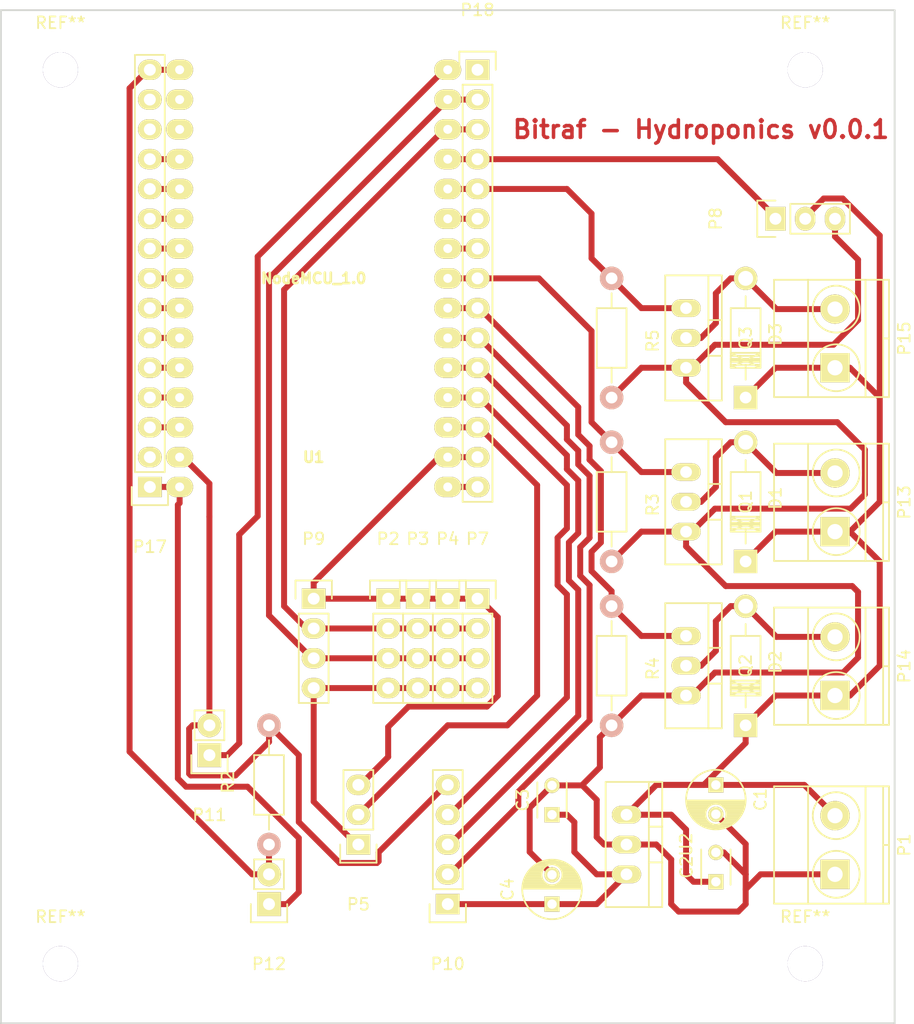
<source format=kicad_pcb>
(kicad_pcb (version 4) (host pcbnew 4.0.2+dfsg1-stable)

  (general
    (links 104)
    (no_connects 21)
    (area 159.944999 76.124999 236.295001 162.635001)
    (thickness 1.6)
    (drawings 5)
    (tracks 295)
    (zones 0)
    (modules 36)
    (nets 30)
  )

  (page A4)
  (layers
    (0 F.Cu signal)
    (31 B.Cu signal)
    (32 B.Adhes user)
    (33 F.Adhes user)
    (34 B.Paste user)
    (35 F.Paste user)
    (36 B.SilkS user)
    (37 F.SilkS user)
    (38 B.Mask user)
    (39 F.Mask user)
    (40 Dwgs.User user)
    (41 Cmts.User user)
    (42 Eco1.User user)
    (43 Eco2.User user)
    (44 Edge.Cuts user)
    (45 Margin user)
    (46 B.CrtYd user)
    (47 F.CrtYd user)
    (48 B.Fab user)
    (49 F.Fab user)
  )

  (setup
    (last_trace_width 0.508)
    (trace_clearance 0.4572)
    (zone_clearance 0.508)
    (zone_45_only no)
    (trace_min 0.2)
    (segment_width 0.2)
    (edge_width 0.15)
    (via_size 0.6)
    (via_drill 0.4)
    (via_min_size 0.4)
    (via_min_drill 0.3)
    (uvia_size 0.3)
    (uvia_drill 0.1)
    (uvias_allowed no)
    (uvia_min_size 0)
    (uvia_min_drill 0)
    (pcb_text_width 0.3)
    (pcb_text_size 1.5 1.5)
    (mod_edge_width 0.15)
    (mod_text_size 1 1)
    (mod_text_width 0.15)
    (pad_size 1.524 1.524)
    (pad_drill 0.762)
    (pad_to_mask_clearance 0.2)
    (aux_axis_origin 0 0)
    (visible_elements FFFFFF7F)
    (pcbplotparams
      (layerselection 0x00030_80000001)
      (usegerberextensions false)
      (excludeedgelayer true)
      (linewidth 0.100000)
      (plotframeref false)
      (viasonmask false)
      (mode 1)
      (useauxorigin false)
      (hpglpennumber 1)
      (hpglpenspeed 20)
      (hpglpendiameter 15)
      (hpglpenoverlay 2)
      (psnegative false)
      (psa4output false)
      (plotreference true)
      (plotvalue true)
      (plotinvisibletext false)
      (padsonsilk false)
      (subtractmaskfromsilk false)
      (outputformat 1)
      (mirror false)
      (drillshape 1)
      (scaleselection 1)
      (outputdirectory ""))
  )

  (net 0 "")
  (net 1 +12V)
  (net 2 GND)
  (net 3 +5V)
  (net 4 "Net-(D1-Pad2)")
  (net 5 "Net-(D2-Pad2)")
  (net 6 "Net-(D3-Pad2)")
  (net 7 /SDA)
  (net 8 /SCL)
  (net 9 /RF_DATA)
  (net 10 /ROT_SW)
  (net 11 /ROT_1)
  (net 12 /ROT_0)
  (net 13 +3V3)
  (net 14 /LDR_PIN)
  (net 15 /MOS_2)
  (net 16 /MOS_1)
  (net 17 /MOS_3)
  (net 18 "Net-(P17-Pad3)")
  (net 19 "Net-(P17-Pad4)")
  (net 20 "Net-(P17-Pad5)")
  (net 21 "Net-(P17-Pad7)")
  (net 22 "Net-(P17-Pad8)")
  (net 23 "Net-(P17-Pad9)")
  (net 24 "Net-(P17-Pad10)")
  (net 25 "Net-(P17-Pad11)")
  (net 26 "Net-(P17-Pad12)")
  (net 27 "Net-(P18-Pad6)")
  (net 28 /BUZZ)
  (net 29 /TEMP_HUM)

  (net_class Default "This is the default net class."
    (clearance 0.4572)
    (trace_width 0.508)
    (via_dia 0.6)
    (via_drill 0.4)
    (uvia_dia 0.3)
    (uvia_drill 0.1)
    (add_net +12V)
    (add_net +3V3)
    (add_net +5V)
    (add_net /BUZZ)
    (add_net /LDR_PIN)
    (add_net /MOS_1)
    (add_net /MOS_2)
    (add_net /MOS_3)
    (add_net /RF_DATA)
    (add_net /ROT_0)
    (add_net /ROT_1)
    (add_net /ROT_SW)
    (add_net /SCL)
    (add_net /SDA)
    (add_net /TEMP_HUM)
    (add_net GND)
    (add_net "Net-(D1-Pad2)")
    (add_net "Net-(D2-Pad2)")
    (add_net "Net-(D3-Pad2)")
    (add_net "Net-(P17-Pad10)")
    (add_net "Net-(P17-Pad11)")
    (add_net "Net-(P17-Pad12)")
    (add_net "Net-(P17-Pad3)")
    (add_net "Net-(P17-Pad4)")
    (add_net "Net-(P17-Pad5)")
    (add_net "Net-(P17-Pad7)")
    (add_net "Net-(P17-Pad8)")
    (add_net "Net-(P17-Pad9)")
    (add_net "Net-(P18-Pad6)")
  )

  (module Pin_Headers:Pin_Header_Straight_1x02 (layer F.Cu) (tedit 54EA090C) (tstamp 57E45093)
    (at 177.8 139.7 180)
    (descr "Through hole pin header")
    (tags "pin header")
    (path /57E47F35)
    (fp_text reference P11 (at 0 -5.1 180) (layer F.SilkS)
      (effects (font (size 1 1) (thickness 0.15)))
    )
    (fp_text value BUZZ (at 0 -3.1 180) (layer F.Fab)
      (effects (font (size 1 1) (thickness 0.15)))
    )
    (fp_line (start 1.27 1.27) (end 1.27 3.81) (layer F.SilkS) (width 0.15))
    (fp_line (start 1.55 -1.55) (end 1.55 0) (layer F.SilkS) (width 0.15))
    (fp_line (start -1.75 -1.75) (end -1.75 4.3) (layer F.CrtYd) (width 0.05))
    (fp_line (start 1.75 -1.75) (end 1.75 4.3) (layer F.CrtYd) (width 0.05))
    (fp_line (start -1.75 -1.75) (end 1.75 -1.75) (layer F.CrtYd) (width 0.05))
    (fp_line (start -1.75 4.3) (end 1.75 4.3) (layer F.CrtYd) (width 0.05))
    (fp_line (start 1.27 1.27) (end -1.27 1.27) (layer F.SilkS) (width 0.15))
    (fp_line (start -1.55 0) (end -1.55 -1.55) (layer F.SilkS) (width 0.15))
    (fp_line (start -1.55 -1.55) (end 1.55 -1.55) (layer F.SilkS) (width 0.15))
    (fp_line (start -1.27 1.27) (end -1.27 3.81) (layer F.SilkS) (width 0.15))
    (fp_line (start -1.27 3.81) (end 1.27 3.81) (layer F.SilkS) (width 0.15))
    (pad 1 thru_hole rect (at 0 0 180) (size 2.032 2.032) (drill 1.016) (layers *.Cu *.Mask F.SilkS)
      (net 28 /BUZZ))
    (pad 2 thru_hole oval (at 0 2.54 180) (size 2.032 2.032) (drill 1.016) (layers *.Cu *.Mask F.SilkS)
      (net 2 GND))
    (model Pin_Headers.3dshapes/Pin_Header_Straight_1x02.wrl
      (at (xyz 0 -0.05 0))
      (scale (xyz 1 1 1))
      (rotate (xyz 0 0 90))
    )
  )

  (module Capacitors_ThroughHole:C_Radial_D5_L6_P2.5 (layer F.Cu) (tedit 0) (tstamp 57E45017)
    (at 220.98 142.24 270)
    (descr "Radial Electrolytic Capacitor Diameter 5mm x Length 6mm, Pitch 2.5mm")
    (tags "Electrolytic Capacitor")
    (path /57E45808)
    (fp_text reference C1 (at 1.25 -3.8 270) (layer F.SilkS)
      (effects (font (size 1 1) (thickness 0.15)))
    )
    (fp_text value CP (at 1.25 3.8 270) (layer F.Fab)
      (effects (font (size 1 1) (thickness 0.15)))
    )
    (fp_line (start 1.325 -2.499) (end 1.325 2.499) (layer F.SilkS) (width 0.15))
    (fp_line (start 1.465 -2.491) (end 1.465 2.491) (layer F.SilkS) (width 0.15))
    (fp_line (start 1.605 -2.475) (end 1.605 -0.095) (layer F.SilkS) (width 0.15))
    (fp_line (start 1.605 0.095) (end 1.605 2.475) (layer F.SilkS) (width 0.15))
    (fp_line (start 1.745 -2.451) (end 1.745 -0.49) (layer F.SilkS) (width 0.15))
    (fp_line (start 1.745 0.49) (end 1.745 2.451) (layer F.SilkS) (width 0.15))
    (fp_line (start 1.885 -2.418) (end 1.885 -0.657) (layer F.SilkS) (width 0.15))
    (fp_line (start 1.885 0.657) (end 1.885 2.418) (layer F.SilkS) (width 0.15))
    (fp_line (start 2.025 -2.377) (end 2.025 -0.764) (layer F.SilkS) (width 0.15))
    (fp_line (start 2.025 0.764) (end 2.025 2.377) (layer F.SilkS) (width 0.15))
    (fp_line (start 2.165 -2.327) (end 2.165 -0.835) (layer F.SilkS) (width 0.15))
    (fp_line (start 2.165 0.835) (end 2.165 2.327) (layer F.SilkS) (width 0.15))
    (fp_line (start 2.305 -2.266) (end 2.305 -0.879) (layer F.SilkS) (width 0.15))
    (fp_line (start 2.305 0.879) (end 2.305 2.266) (layer F.SilkS) (width 0.15))
    (fp_line (start 2.445 -2.196) (end 2.445 -0.898) (layer F.SilkS) (width 0.15))
    (fp_line (start 2.445 0.898) (end 2.445 2.196) (layer F.SilkS) (width 0.15))
    (fp_line (start 2.585 -2.114) (end 2.585 -0.896) (layer F.SilkS) (width 0.15))
    (fp_line (start 2.585 0.896) (end 2.585 2.114) (layer F.SilkS) (width 0.15))
    (fp_line (start 2.725 -2.019) (end 2.725 -0.871) (layer F.SilkS) (width 0.15))
    (fp_line (start 2.725 0.871) (end 2.725 2.019) (layer F.SilkS) (width 0.15))
    (fp_line (start 2.865 -1.908) (end 2.865 -0.823) (layer F.SilkS) (width 0.15))
    (fp_line (start 2.865 0.823) (end 2.865 1.908) (layer F.SilkS) (width 0.15))
    (fp_line (start 3.005 -1.78) (end 3.005 -0.745) (layer F.SilkS) (width 0.15))
    (fp_line (start 3.005 0.745) (end 3.005 1.78) (layer F.SilkS) (width 0.15))
    (fp_line (start 3.145 -1.631) (end 3.145 -0.628) (layer F.SilkS) (width 0.15))
    (fp_line (start 3.145 0.628) (end 3.145 1.631) (layer F.SilkS) (width 0.15))
    (fp_line (start 3.285 -1.452) (end 3.285 -0.44) (layer F.SilkS) (width 0.15))
    (fp_line (start 3.285 0.44) (end 3.285 1.452) (layer F.SilkS) (width 0.15))
    (fp_line (start 3.425 -1.233) (end 3.425 1.233) (layer F.SilkS) (width 0.15))
    (fp_line (start 3.565 -0.944) (end 3.565 0.944) (layer F.SilkS) (width 0.15))
    (fp_line (start 3.705 -0.472) (end 3.705 0.472) (layer F.SilkS) (width 0.15))
    (fp_circle (center 2.5 0) (end 2.5 -0.9) (layer F.SilkS) (width 0.15))
    (fp_circle (center 1.25 0) (end 1.25 -2.5375) (layer F.SilkS) (width 0.15))
    (fp_circle (center 1.25 0) (end 1.25 -2.8) (layer F.CrtYd) (width 0.05))
    (pad 1 thru_hole rect (at 0 0 270) (size 1.3 1.3) (drill 0.8) (layers *.Cu *.Mask F.SilkS)
      (net 1 +12V))
    (pad 2 thru_hole circle (at 2.5 0 270) (size 1.3 1.3) (drill 0.8) (layers *.Cu *.Mask F.SilkS)
      (net 2 GND))
    (model Capacitors_ThroughHole.3dshapes/C_Radial_D5_L6_P2.5.wrl
      (at (xyz 0.0492126 0 0))
      (scale (xyz 1 1 1))
      (rotate (xyz 0 0 90))
    )
  )

  (module Capacitors_ThroughHole:C_Radial_D5_L6_P2.5 (layer F.Cu) (tedit 0) (tstamp 57E45029)
    (at 207.01 152.4 90)
    (descr "Radial Electrolytic Capacitor Diameter 5mm x Length 6mm, Pitch 2.5mm")
    (tags "Electrolytic Capacitor")
    (path /57E458D3)
    (fp_text reference C4 (at 1.25 -3.8 90) (layer F.SilkS)
      (effects (font (size 1 1) (thickness 0.15)))
    )
    (fp_text value CP (at 1.25 3.8 90) (layer F.Fab)
      (effects (font (size 1 1) (thickness 0.15)))
    )
    (fp_line (start 1.325 -2.499) (end 1.325 2.499) (layer F.SilkS) (width 0.15))
    (fp_line (start 1.465 -2.491) (end 1.465 2.491) (layer F.SilkS) (width 0.15))
    (fp_line (start 1.605 -2.475) (end 1.605 -0.095) (layer F.SilkS) (width 0.15))
    (fp_line (start 1.605 0.095) (end 1.605 2.475) (layer F.SilkS) (width 0.15))
    (fp_line (start 1.745 -2.451) (end 1.745 -0.49) (layer F.SilkS) (width 0.15))
    (fp_line (start 1.745 0.49) (end 1.745 2.451) (layer F.SilkS) (width 0.15))
    (fp_line (start 1.885 -2.418) (end 1.885 -0.657) (layer F.SilkS) (width 0.15))
    (fp_line (start 1.885 0.657) (end 1.885 2.418) (layer F.SilkS) (width 0.15))
    (fp_line (start 2.025 -2.377) (end 2.025 -0.764) (layer F.SilkS) (width 0.15))
    (fp_line (start 2.025 0.764) (end 2.025 2.377) (layer F.SilkS) (width 0.15))
    (fp_line (start 2.165 -2.327) (end 2.165 -0.835) (layer F.SilkS) (width 0.15))
    (fp_line (start 2.165 0.835) (end 2.165 2.327) (layer F.SilkS) (width 0.15))
    (fp_line (start 2.305 -2.266) (end 2.305 -0.879) (layer F.SilkS) (width 0.15))
    (fp_line (start 2.305 0.879) (end 2.305 2.266) (layer F.SilkS) (width 0.15))
    (fp_line (start 2.445 -2.196) (end 2.445 -0.898) (layer F.SilkS) (width 0.15))
    (fp_line (start 2.445 0.898) (end 2.445 2.196) (layer F.SilkS) (width 0.15))
    (fp_line (start 2.585 -2.114) (end 2.585 -0.896) (layer F.SilkS) (width 0.15))
    (fp_line (start 2.585 0.896) (end 2.585 2.114) (layer F.SilkS) (width 0.15))
    (fp_line (start 2.725 -2.019) (end 2.725 -0.871) (layer F.SilkS) (width 0.15))
    (fp_line (start 2.725 0.871) (end 2.725 2.019) (layer F.SilkS) (width 0.15))
    (fp_line (start 2.865 -1.908) (end 2.865 -0.823) (layer F.SilkS) (width 0.15))
    (fp_line (start 2.865 0.823) (end 2.865 1.908) (layer F.SilkS) (width 0.15))
    (fp_line (start 3.005 -1.78) (end 3.005 -0.745) (layer F.SilkS) (width 0.15))
    (fp_line (start 3.005 0.745) (end 3.005 1.78) (layer F.SilkS) (width 0.15))
    (fp_line (start 3.145 -1.631) (end 3.145 -0.628) (layer F.SilkS) (width 0.15))
    (fp_line (start 3.145 0.628) (end 3.145 1.631) (layer F.SilkS) (width 0.15))
    (fp_line (start 3.285 -1.452) (end 3.285 -0.44) (layer F.SilkS) (width 0.15))
    (fp_line (start 3.285 0.44) (end 3.285 1.452) (layer F.SilkS) (width 0.15))
    (fp_line (start 3.425 -1.233) (end 3.425 1.233) (layer F.SilkS) (width 0.15))
    (fp_line (start 3.565 -0.944) (end 3.565 0.944) (layer F.SilkS) (width 0.15))
    (fp_line (start 3.705 -0.472) (end 3.705 0.472) (layer F.SilkS) (width 0.15))
    (fp_circle (center 2.5 0) (end 2.5 -0.9) (layer F.SilkS) (width 0.15))
    (fp_circle (center 1.25 0) (end 1.25 -2.5375) (layer F.SilkS) (width 0.15))
    (fp_circle (center 1.25 0) (end 1.25 -2.8) (layer F.CrtYd) (width 0.05))
    (pad 1 thru_hole rect (at 0 0 90) (size 1.3 1.3) (drill 0.8) (layers *.Cu *.Mask F.SilkS)
      (net 3 +5V))
    (pad 2 thru_hole circle (at 2.5 0 90) (size 1.3 1.3) (drill 0.8) (layers *.Cu *.Mask F.SilkS)
      (net 2 GND))
    (model Capacitors_ThroughHole.3dshapes/C_Radial_D5_L6_P2.5.wrl
      (at (xyz 0.0492126 0 0))
      (scale (xyz 1 1 1))
      (rotate (xyz 0 0 90))
    )
  )

  (module Diodes_ThroughHole:Diode_DO-41_SOD81_Horizontal_RM10 (layer F.Cu) (tedit 552FFCCE) (tstamp 57E45035)
    (at 223.52 123.19 90)
    (descr "Diode, DO-41, SOD81, Horizontal, RM 10mm,")
    (tags "Diode, DO-41, SOD81, Horizontal, RM 10mm, 1N4007, SB140,")
    (path /57E44269)
    (fp_text reference D1 (at 5.38734 2.53746 90) (layer F.SilkS)
      (effects (font (size 1 1) (thickness 0.15)))
    )
    (fp_text value D (at 4.37134 -3.55854 90) (layer F.Fab)
      (effects (font (size 1 1) (thickness 0.15)))
    )
    (fp_line (start 7.62 -0.00254) (end 8.636 -0.00254) (layer F.SilkS) (width 0.15))
    (fp_line (start 2.794 -0.00254) (end 1.524 -0.00254) (layer F.SilkS) (width 0.15))
    (fp_line (start 3.048 -1.27254) (end 3.048 1.26746) (layer F.SilkS) (width 0.15))
    (fp_line (start 3.302 -1.27254) (end 3.302 1.26746) (layer F.SilkS) (width 0.15))
    (fp_line (start 3.556 -1.27254) (end 3.556 1.26746) (layer F.SilkS) (width 0.15))
    (fp_line (start 2.794 -1.27254) (end 2.794 1.26746) (layer F.SilkS) (width 0.15))
    (fp_line (start 3.81 -1.27254) (end 2.54 1.26746) (layer F.SilkS) (width 0.15))
    (fp_line (start 2.54 -1.27254) (end 3.81 1.26746) (layer F.SilkS) (width 0.15))
    (fp_line (start 3.81 -1.27254) (end 3.81 1.26746) (layer F.SilkS) (width 0.15))
    (fp_line (start 3.175 -1.27254) (end 3.175 1.26746) (layer F.SilkS) (width 0.15))
    (fp_line (start 2.54 1.26746) (end 2.54 -1.27254) (layer F.SilkS) (width 0.15))
    (fp_line (start 2.54 -1.27254) (end 7.62 -1.27254) (layer F.SilkS) (width 0.15))
    (fp_line (start 7.62 -1.27254) (end 7.62 1.26746) (layer F.SilkS) (width 0.15))
    (fp_line (start 7.62 1.26746) (end 2.54 1.26746) (layer F.SilkS) (width 0.15))
    (pad 2 thru_hole circle (at 10.16 -0.00254 270) (size 1.99898 1.99898) (drill 1.27) (layers *.Cu *.Mask F.SilkS)
      (net 4 "Net-(D1-Pad2)"))
    (pad 1 thru_hole rect (at 0 -0.00254 270) (size 1.99898 1.99898) (drill 1.00076) (layers *.Cu *.Mask F.SilkS)
      (net 1 +12V))
  )

  (module Diodes_ThroughHole:Diode_DO-41_SOD81_Horizontal_RM10 (layer F.Cu) (tedit 552FFCCE) (tstamp 57E4503B)
    (at 223.52 137.16 90)
    (descr "Diode, DO-41, SOD81, Horizontal, RM 10mm,")
    (tags "Diode, DO-41, SOD81, Horizontal, RM 10mm, 1N4007, SB140,")
    (path /57E439B5)
    (fp_text reference D2 (at 5.38734 2.53746 90) (layer F.SilkS)
      (effects (font (size 1 1) (thickness 0.15)))
    )
    (fp_text value D (at 4.37134 -3.55854 90) (layer F.Fab)
      (effects (font (size 1 1) (thickness 0.15)))
    )
    (fp_line (start 7.62 -0.00254) (end 8.636 -0.00254) (layer F.SilkS) (width 0.15))
    (fp_line (start 2.794 -0.00254) (end 1.524 -0.00254) (layer F.SilkS) (width 0.15))
    (fp_line (start 3.048 -1.27254) (end 3.048 1.26746) (layer F.SilkS) (width 0.15))
    (fp_line (start 3.302 -1.27254) (end 3.302 1.26746) (layer F.SilkS) (width 0.15))
    (fp_line (start 3.556 -1.27254) (end 3.556 1.26746) (layer F.SilkS) (width 0.15))
    (fp_line (start 2.794 -1.27254) (end 2.794 1.26746) (layer F.SilkS) (width 0.15))
    (fp_line (start 3.81 -1.27254) (end 2.54 1.26746) (layer F.SilkS) (width 0.15))
    (fp_line (start 2.54 -1.27254) (end 3.81 1.26746) (layer F.SilkS) (width 0.15))
    (fp_line (start 3.81 -1.27254) (end 3.81 1.26746) (layer F.SilkS) (width 0.15))
    (fp_line (start 3.175 -1.27254) (end 3.175 1.26746) (layer F.SilkS) (width 0.15))
    (fp_line (start 2.54 1.26746) (end 2.54 -1.27254) (layer F.SilkS) (width 0.15))
    (fp_line (start 2.54 -1.27254) (end 7.62 -1.27254) (layer F.SilkS) (width 0.15))
    (fp_line (start 7.62 -1.27254) (end 7.62 1.26746) (layer F.SilkS) (width 0.15))
    (fp_line (start 7.62 1.26746) (end 2.54 1.26746) (layer F.SilkS) (width 0.15))
    (pad 2 thru_hole circle (at 10.16 -0.00254 270) (size 1.99898 1.99898) (drill 1.27) (layers *.Cu *.Mask F.SilkS)
      (net 5 "Net-(D2-Pad2)"))
    (pad 1 thru_hole rect (at 0 -0.00254 270) (size 1.99898 1.99898) (drill 1.00076) (layers *.Cu *.Mask F.SilkS)
      (net 1 +12V))
  )

  (module Diodes_ThroughHole:Diode_DO-41_SOD81_Horizontal_RM10 (layer F.Cu) (tedit 552FFCCE) (tstamp 57E45041)
    (at 223.52 109.22 90)
    (descr "Diode, DO-41, SOD81, Horizontal, RM 10mm,")
    (tags "Diode, DO-41, SOD81, Horizontal, RM 10mm, 1N4007, SB140,")
    (path /57E44424)
    (fp_text reference D3 (at 5.38734 2.53746 90) (layer F.SilkS)
      (effects (font (size 1 1) (thickness 0.15)))
    )
    (fp_text value D (at 4.37134 -3.55854 90) (layer F.Fab)
      (effects (font (size 1 1) (thickness 0.15)))
    )
    (fp_line (start 7.62 -0.00254) (end 8.636 -0.00254) (layer F.SilkS) (width 0.15))
    (fp_line (start 2.794 -0.00254) (end 1.524 -0.00254) (layer F.SilkS) (width 0.15))
    (fp_line (start 3.048 -1.27254) (end 3.048 1.26746) (layer F.SilkS) (width 0.15))
    (fp_line (start 3.302 -1.27254) (end 3.302 1.26746) (layer F.SilkS) (width 0.15))
    (fp_line (start 3.556 -1.27254) (end 3.556 1.26746) (layer F.SilkS) (width 0.15))
    (fp_line (start 2.794 -1.27254) (end 2.794 1.26746) (layer F.SilkS) (width 0.15))
    (fp_line (start 3.81 -1.27254) (end 2.54 1.26746) (layer F.SilkS) (width 0.15))
    (fp_line (start 2.54 -1.27254) (end 3.81 1.26746) (layer F.SilkS) (width 0.15))
    (fp_line (start 3.81 -1.27254) (end 3.81 1.26746) (layer F.SilkS) (width 0.15))
    (fp_line (start 3.175 -1.27254) (end 3.175 1.26746) (layer F.SilkS) (width 0.15))
    (fp_line (start 2.54 1.26746) (end 2.54 -1.27254) (layer F.SilkS) (width 0.15))
    (fp_line (start 2.54 -1.27254) (end 7.62 -1.27254) (layer F.SilkS) (width 0.15))
    (fp_line (start 7.62 -1.27254) (end 7.62 1.26746) (layer F.SilkS) (width 0.15))
    (fp_line (start 7.62 1.26746) (end 2.54 1.26746) (layer F.SilkS) (width 0.15))
    (pad 2 thru_hole circle (at 10.16 -0.00254 270) (size 1.99898 1.99898) (drill 1.27) (layers *.Cu *.Mask F.SilkS)
      (net 6 "Net-(D3-Pad2)"))
    (pad 1 thru_hole rect (at 0 -0.00254 270) (size 1.99898 1.99898) (drill 1.00076) (layers *.Cu *.Mask F.SilkS)
      (net 1 +12V))
  )

  (module Terminal_Blocks:TerminalBlock_Pheonix_MKDS1.5-2pol (layer F.Cu) (tedit 563007E4) (tstamp 57E45047)
    (at 231.14 149.86 90)
    (descr "2-way 5mm pitch terminal block, Phoenix MKDS series")
    (path /57E46A8E)
    (fp_text reference P1 (at 2.5 5.9 90) (layer F.SilkS)
      (effects (font (size 1 1) (thickness 0.15)))
    )
    (fp_text value 12V_PWR (at 2.5 -6.6 90) (layer F.Fab)
      (effects (font (size 1 1) (thickness 0.15)))
    )
    (fp_line (start -2.7 -5.4) (end 7.7 -5.4) (layer F.CrtYd) (width 0.05))
    (fp_line (start -2.7 4.8) (end -2.7 -5.4) (layer F.CrtYd) (width 0.05))
    (fp_line (start 7.7 4.8) (end -2.7 4.8) (layer F.CrtYd) (width 0.05))
    (fp_line (start 7.7 -5.4) (end 7.7 4.8) (layer F.CrtYd) (width 0.05))
    (fp_line (start 2.5 4.1) (end 2.5 4.6) (layer F.SilkS) (width 0.15))
    (fp_circle (center 5 0.1) (end 3 0.1) (layer F.SilkS) (width 0.15))
    (fp_circle (center 0 0.1) (end 2 0.1) (layer F.SilkS) (width 0.15))
    (fp_line (start -2.5 2.6) (end 7.5 2.6) (layer F.SilkS) (width 0.15))
    (fp_line (start -2.5 -2.3) (end 7.5 -2.3) (layer F.SilkS) (width 0.15))
    (fp_line (start -2.5 4.1) (end 7.5 4.1) (layer F.SilkS) (width 0.15))
    (fp_line (start -2.5 4.6) (end 7.5 4.6) (layer F.SilkS) (width 0.15))
    (fp_line (start 7.5 4.6) (end 7.5 -5.2) (layer F.SilkS) (width 0.15))
    (fp_line (start 7.5 -5.2) (end -2.5 -5.2) (layer F.SilkS) (width 0.15))
    (fp_line (start -2.5 -5.2) (end -2.5 4.6) (layer F.SilkS) (width 0.15))
    (pad 1 thru_hole rect (at 0 0 90) (size 2.5 2.5) (drill 1.3) (layers *.Cu *.Mask F.SilkS)
      (net 2 GND))
    (pad 2 thru_hole circle (at 5 0 90) (size 2.5 2.5) (drill 1.3) (layers *.Cu *.Mask F.SilkS)
      (net 1 +12V))
    (model Terminal_Blocks.3dshapes/TerminalBlock_Pheonix_MKDS1.5-2pol.wrl
      (at (xyz 0.0984 0 0))
      (scale (xyz 1 1 1))
      (rotate (xyz 0 0 0))
    )
  )

  (module Pin_Headers:Pin_Header_Straight_1x04 (layer F.Cu) (tedit 0) (tstamp 57E4504F)
    (at 193.04 126.365)
    (descr "Through hole pin header")
    (tags "pin header")
    (path /57E522BD)
    (fp_text reference P2 (at 0 -5.1) (layer F.SilkS)
      (effects (font (size 1 1) (thickness 0.15)))
    )
    (fp_text value I2C_1 (at 0 -3.1) (layer F.Fab)
      (effects (font (size 1 1) (thickness 0.15)))
    )
    (fp_line (start -1.75 -1.75) (end -1.75 9.4) (layer F.CrtYd) (width 0.05))
    (fp_line (start 1.75 -1.75) (end 1.75 9.4) (layer F.CrtYd) (width 0.05))
    (fp_line (start -1.75 -1.75) (end 1.75 -1.75) (layer F.CrtYd) (width 0.05))
    (fp_line (start -1.75 9.4) (end 1.75 9.4) (layer F.CrtYd) (width 0.05))
    (fp_line (start -1.27 1.27) (end -1.27 8.89) (layer F.SilkS) (width 0.15))
    (fp_line (start 1.27 1.27) (end 1.27 8.89) (layer F.SilkS) (width 0.15))
    (fp_line (start 1.55 -1.55) (end 1.55 0) (layer F.SilkS) (width 0.15))
    (fp_line (start -1.27 8.89) (end 1.27 8.89) (layer F.SilkS) (width 0.15))
    (fp_line (start 1.27 1.27) (end -1.27 1.27) (layer F.SilkS) (width 0.15))
    (fp_line (start -1.55 0) (end -1.55 -1.55) (layer F.SilkS) (width 0.15))
    (fp_line (start -1.55 -1.55) (end 1.55 -1.55) (layer F.SilkS) (width 0.15))
    (pad 1 thru_hole rect (at 0 0) (size 2.032 1.7272) (drill 1.016) (layers *.Cu *.Mask F.SilkS)
      (net 2 GND))
    (pad 2 thru_hole oval (at 0 2.54) (size 2.032 1.7272) (drill 1.016) (layers *.Cu *.Mask F.SilkS)
      (net 7 /SDA))
    (pad 3 thru_hole oval (at 0 5.08) (size 2.032 1.7272) (drill 1.016) (layers *.Cu *.Mask F.SilkS)
      (net 8 /SCL))
    (pad 4 thru_hole oval (at 0 7.62) (size 2.032 1.7272) (drill 1.016) (layers *.Cu *.Mask F.SilkS)
      (net 3 +5V))
    (model Pin_Headers.3dshapes/Pin_Header_Straight_1x04.wrl
      (at (xyz 0 -0.15 0))
      (scale (xyz 1 1 1))
      (rotate (xyz 0 0 90))
    )
  )

  (module Pin_Headers:Pin_Header_Straight_1x04 (layer F.Cu) (tedit 0) (tstamp 57E45057)
    (at 195.58 126.365)
    (descr "Through hole pin header")
    (tags "pin header")
    (path /57E52336)
    (fp_text reference P3 (at 0 -5.1) (layer F.SilkS)
      (effects (font (size 1 1) (thickness 0.15)))
    )
    (fp_text value I2C_2 (at 0 -3.1) (layer F.Fab)
      (effects (font (size 1 1) (thickness 0.15)))
    )
    (fp_line (start -1.75 -1.75) (end -1.75 9.4) (layer F.CrtYd) (width 0.05))
    (fp_line (start 1.75 -1.75) (end 1.75 9.4) (layer F.CrtYd) (width 0.05))
    (fp_line (start -1.75 -1.75) (end 1.75 -1.75) (layer F.CrtYd) (width 0.05))
    (fp_line (start -1.75 9.4) (end 1.75 9.4) (layer F.CrtYd) (width 0.05))
    (fp_line (start -1.27 1.27) (end -1.27 8.89) (layer F.SilkS) (width 0.15))
    (fp_line (start 1.27 1.27) (end 1.27 8.89) (layer F.SilkS) (width 0.15))
    (fp_line (start 1.55 -1.55) (end 1.55 0) (layer F.SilkS) (width 0.15))
    (fp_line (start -1.27 8.89) (end 1.27 8.89) (layer F.SilkS) (width 0.15))
    (fp_line (start 1.27 1.27) (end -1.27 1.27) (layer F.SilkS) (width 0.15))
    (fp_line (start -1.55 0) (end -1.55 -1.55) (layer F.SilkS) (width 0.15))
    (fp_line (start -1.55 -1.55) (end 1.55 -1.55) (layer F.SilkS) (width 0.15))
    (pad 1 thru_hole rect (at 0 0) (size 2.032 1.7272) (drill 1.016) (layers *.Cu *.Mask F.SilkS)
      (net 2 GND))
    (pad 2 thru_hole oval (at 0 2.54) (size 2.032 1.7272) (drill 1.016) (layers *.Cu *.Mask F.SilkS)
      (net 7 /SDA))
    (pad 3 thru_hole oval (at 0 5.08) (size 2.032 1.7272) (drill 1.016) (layers *.Cu *.Mask F.SilkS)
      (net 8 /SCL))
    (pad 4 thru_hole oval (at 0 7.62) (size 2.032 1.7272) (drill 1.016) (layers *.Cu *.Mask F.SilkS)
      (net 3 +5V))
    (model Pin_Headers.3dshapes/Pin_Header_Straight_1x04.wrl
      (at (xyz 0 -0.15 0))
      (scale (xyz 1 1 1))
      (rotate (xyz 0 0 90))
    )
  )

  (module Pin_Headers:Pin_Header_Straight_1x04 (layer F.Cu) (tedit 0) (tstamp 57E4505F)
    (at 198.12 126.365)
    (descr "Through hole pin header")
    (tags "pin header")
    (path /57E523AF)
    (fp_text reference P4 (at 0 -5.1) (layer F.SilkS)
      (effects (font (size 1 1) (thickness 0.15)))
    )
    (fp_text value I2C_3 (at 0 -3.1) (layer F.Fab)
      (effects (font (size 1 1) (thickness 0.15)))
    )
    (fp_line (start -1.75 -1.75) (end -1.75 9.4) (layer F.CrtYd) (width 0.05))
    (fp_line (start 1.75 -1.75) (end 1.75 9.4) (layer F.CrtYd) (width 0.05))
    (fp_line (start -1.75 -1.75) (end 1.75 -1.75) (layer F.CrtYd) (width 0.05))
    (fp_line (start -1.75 9.4) (end 1.75 9.4) (layer F.CrtYd) (width 0.05))
    (fp_line (start -1.27 1.27) (end -1.27 8.89) (layer F.SilkS) (width 0.15))
    (fp_line (start 1.27 1.27) (end 1.27 8.89) (layer F.SilkS) (width 0.15))
    (fp_line (start 1.55 -1.55) (end 1.55 0) (layer F.SilkS) (width 0.15))
    (fp_line (start -1.27 8.89) (end 1.27 8.89) (layer F.SilkS) (width 0.15))
    (fp_line (start 1.27 1.27) (end -1.27 1.27) (layer F.SilkS) (width 0.15))
    (fp_line (start -1.55 0) (end -1.55 -1.55) (layer F.SilkS) (width 0.15))
    (fp_line (start -1.55 -1.55) (end 1.55 -1.55) (layer F.SilkS) (width 0.15))
    (pad 1 thru_hole rect (at 0 0) (size 2.032 1.7272) (drill 1.016) (layers *.Cu *.Mask F.SilkS)
      (net 2 GND))
    (pad 2 thru_hole oval (at 0 2.54) (size 2.032 1.7272) (drill 1.016) (layers *.Cu *.Mask F.SilkS)
      (net 7 /SDA))
    (pad 3 thru_hole oval (at 0 5.08) (size 2.032 1.7272) (drill 1.016) (layers *.Cu *.Mask F.SilkS)
      (net 8 /SCL))
    (pad 4 thru_hole oval (at 0 7.62) (size 2.032 1.7272) (drill 1.016) (layers *.Cu *.Mask F.SilkS)
      (net 3 +5V))
    (model Pin_Headers.3dshapes/Pin_Header_Straight_1x04.wrl
      (at (xyz 0 -0.15 0))
      (scale (xyz 1 1 1))
      (rotate (xyz 0 0 90))
    )
  )

  (module Pin_Headers:Pin_Header_Straight_1x03 (layer F.Cu) (tedit 0) (tstamp 57E45066)
    (at 190.5 147.32 180)
    (descr "Through hole pin header")
    (tags "pin header")
    (path /57E4F38C)
    (fp_text reference P5 (at 0 -5.1 180) (layer F.SilkS)
      (effects (font (size 1 1) (thickness 0.15)))
    )
    (fp_text value TEMP_HUM (at 0 -3.1 180) (layer F.Fab)
      (effects (font (size 1 1) (thickness 0.15)))
    )
    (fp_line (start -1.75 -1.75) (end -1.75 6.85) (layer F.CrtYd) (width 0.05))
    (fp_line (start 1.75 -1.75) (end 1.75 6.85) (layer F.CrtYd) (width 0.05))
    (fp_line (start -1.75 -1.75) (end 1.75 -1.75) (layer F.CrtYd) (width 0.05))
    (fp_line (start -1.75 6.85) (end 1.75 6.85) (layer F.CrtYd) (width 0.05))
    (fp_line (start -1.27 1.27) (end -1.27 6.35) (layer F.SilkS) (width 0.15))
    (fp_line (start -1.27 6.35) (end 1.27 6.35) (layer F.SilkS) (width 0.15))
    (fp_line (start 1.27 6.35) (end 1.27 1.27) (layer F.SilkS) (width 0.15))
    (fp_line (start 1.55 -1.55) (end 1.55 0) (layer F.SilkS) (width 0.15))
    (fp_line (start 1.27 1.27) (end -1.27 1.27) (layer F.SilkS) (width 0.15))
    (fp_line (start -1.55 0) (end -1.55 -1.55) (layer F.SilkS) (width 0.15))
    (fp_line (start -1.55 -1.55) (end 1.55 -1.55) (layer F.SilkS) (width 0.15))
    (pad 1 thru_hole rect (at 0 0 180) (size 2.032 1.7272) (drill 1.016) (layers *.Cu *.Mask F.SilkS)
      (net 3 +5V))
    (pad 2 thru_hole oval (at 0 2.54 180) (size 2.032 1.7272) (drill 1.016) (layers *.Cu *.Mask F.SilkS)
      (net 29 /TEMP_HUM))
    (pad 3 thru_hole oval (at 0 5.08 180) (size 2.032 1.7272) (drill 1.016) (layers *.Cu *.Mask F.SilkS)
      (net 2 GND))
    (model Pin_Headers.3dshapes/Pin_Header_Straight_1x03.wrl
      (at (xyz 0 -0.1 0))
      (scale (xyz 1 1 1))
      (rotate (xyz 0 0 90))
    )
  )

  (module Pin_Headers:Pin_Header_Straight_1x04 (layer F.Cu) (tedit 0) (tstamp 57E45075)
    (at 200.66 126.365)
    (descr "Through hole pin header")
    (tags "pin header")
    (path /57E5242F)
    (fp_text reference P7 (at 0 -5.1) (layer F.SilkS)
      (effects (font (size 1 1) (thickness 0.15)))
    )
    (fp_text value I2C_4 (at 0 -3.1) (layer F.Fab)
      (effects (font (size 1 1) (thickness 0.15)))
    )
    (fp_line (start -1.75 -1.75) (end -1.75 9.4) (layer F.CrtYd) (width 0.05))
    (fp_line (start 1.75 -1.75) (end 1.75 9.4) (layer F.CrtYd) (width 0.05))
    (fp_line (start -1.75 -1.75) (end 1.75 -1.75) (layer F.CrtYd) (width 0.05))
    (fp_line (start -1.75 9.4) (end 1.75 9.4) (layer F.CrtYd) (width 0.05))
    (fp_line (start -1.27 1.27) (end -1.27 8.89) (layer F.SilkS) (width 0.15))
    (fp_line (start 1.27 1.27) (end 1.27 8.89) (layer F.SilkS) (width 0.15))
    (fp_line (start 1.55 -1.55) (end 1.55 0) (layer F.SilkS) (width 0.15))
    (fp_line (start -1.27 8.89) (end 1.27 8.89) (layer F.SilkS) (width 0.15))
    (fp_line (start 1.27 1.27) (end -1.27 1.27) (layer F.SilkS) (width 0.15))
    (fp_line (start -1.55 0) (end -1.55 -1.55) (layer F.SilkS) (width 0.15))
    (fp_line (start -1.55 -1.55) (end 1.55 -1.55) (layer F.SilkS) (width 0.15))
    (pad 1 thru_hole rect (at 0 0) (size 2.032 1.7272) (drill 1.016) (layers *.Cu *.Mask F.SilkS)
      (net 2 GND))
    (pad 2 thru_hole oval (at 0 2.54) (size 2.032 1.7272) (drill 1.016) (layers *.Cu *.Mask F.SilkS)
      (net 7 /SDA))
    (pad 3 thru_hole oval (at 0 5.08) (size 2.032 1.7272) (drill 1.016) (layers *.Cu *.Mask F.SilkS)
      (net 8 /SCL))
    (pad 4 thru_hole oval (at 0 7.62) (size 2.032 1.7272) (drill 1.016) (layers *.Cu *.Mask F.SilkS)
      (net 3 +5V))
    (model Pin_Headers.3dshapes/Pin_Header_Straight_1x04.wrl
      (at (xyz 0 -0.15 0))
      (scale (xyz 1 1 1))
      (rotate (xyz 0 0 90))
    )
  )

  (module Pin_Headers:Pin_Header_Straight_1x03 (layer F.Cu) (tedit 0) (tstamp 57E4507C)
    (at 226.06 93.98 90)
    (descr "Through hole pin header")
    (tags "pin header")
    (path /57E44619)
    (fp_text reference P8 (at 0 -5.1 90) (layer F.SilkS)
      (effects (font (size 1 1) (thickness 0.15)))
    )
    (fp_text value Radio_433 (at 0 -3.1 90) (layer F.Fab)
      (effects (font (size 1 1) (thickness 0.15)))
    )
    (fp_line (start -1.75 -1.75) (end -1.75 6.85) (layer F.CrtYd) (width 0.05))
    (fp_line (start 1.75 -1.75) (end 1.75 6.85) (layer F.CrtYd) (width 0.05))
    (fp_line (start -1.75 -1.75) (end 1.75 -1.75) (layer F.CrtYd) (width 0.05))
    (fp_line (start -1.75 6.85) (end 1.75 6.85) (layer F.CrtYd) (width 0.05))
    (fp_line (start -1.27 1.27) (end -1.27 6.35) (layer F.SilkS) (width 0.15))
    (fp_line (start -1.27 6.35) (end 1.27 6.35) (layer F.SilkS) (width 0.15))
    (fp_line (start 1.27 6.35) (end 1.27 1.27) (layer F.SilkS) (width 0.15))
    (fp_line (start 1.55 -1.55) (end 1.55 0) (layer F.SilkS) (width 0.15))
    (fp_line (start 1.27 1.27) (end -1.27 1.27) (layer F.SilkS) (width 0.15))
    (fp_line (start -1.55 0) (end -1.55 -1.55) (layer F.SilkS) (width 0.15))
    (fp_line (start -1.55 -1.55) (end 1.55 -1.55) (layer F.SilkS) (width 0.15))
    (pad 1 thru_hole rect (at 0 0 90) (size 2.032 1.7272) (drill 1.016) (layers *.Cu *.Mask F.SilkS)
      (net 9 /RF_DATA))
    (pad 2 thru_hole oval (at 0 2.54 90) (size 2.032 1.7272) (drill 1.016) (layers *.Cu *.Mask F.SilkS)
      (net 1 +12V))
    (pad 3 thru_hole oval (at 0 5.08 90) (size 2.032 1.7272) (drill 1.016) (layers *.Cu *.Mask F.SilkS)
      (net 2 GND))
    (model Pin_Headers.3dshapes/Pin_Header_Straight_1x03.wrl
      (at (xyz 0 -0.1 0))
      (scale (xyz 1 1 1))
      (rotate (xyz 0 0 90))
    )
  )

  (module Pin_Headers:Pin_Header_Straight_1x04 (layer F.Cu) (tedit 0) (tstamp 57E45084)
    (at 186.69 126.365)
    (descr "Through hole pin header")
    (tags "pin header")
    (path /57E449CA)
    (fp_text reference P9 (at 0 -5.1) (layer F.SilkS)
      (effects (font (size 1 1) (thickness 0.15)))
    )
    (fp_text value LCD (at 0 -3.1) (layer F.Fab)
      (effects (font (size 1 1) (thickness 0.15)))
    )
    (fp_line (start -1.75 -1.75) (end -1.75 9.4) (layer F.CrtYd) (width 0.05))
    (fp_line (start 1.75 -1.75) (end 1.75 9.4) (layer F.CrtYd) (width 0.05))
    (fp_line (start -1.75 -1.75) (end 1.75 -1.75) (layer F.CrtYd) (width 0.05))
    (fp_line (start -1.75 9.4) (end 1.75 9.4) (layer F.CrtYd) (width 0.05))
    (fp_line (start -1.27 1.27) (end -1.27 8.89) (layer F.SilkS) (width 0.15))
    (fp_line (start 1.27 1.27) (end 1.27 8.89) (layer F.SilkS) (width 0.15))
    (fp_line (start 1.55 -1.55) (end 1.55 0) (layer F.SilkS) (width 0.15))
    (fp_line (start -1.27 8.89) (end 1.27 8.89) (layer F.SilkS) (width 0.15))
    (fp_line (start 1.27 1.27) (end -1.27 1.27) (layer F.SilkS) (width 0.15))
    (fp_line (start -1.55 0) (end -1.55 -1.55) (layer F.SilkS) (width 0.15))
    (fp_line (start -1.55 -1.55) (end 1.55 -1.55) (layer F.SilkS) (width 0.15))
    (pad 1 thru_hole rect (at 0 0) (size 2.032 1.7272) (drill 1.016) (layers *.Cu *.Mask F.SilkS)
      (net 2 GND))
    (pad 2 thru_hole oval (at 0 2.54) (size 2.032 1.7272) (drill 1.016) (layers *.Cu *.Mask F.SilkS)
      (net 7 /SDA))
    (pad 3 thru_hole oval (at 0 5.08) (size 2.032 1.7272) (drill 1.016) (layers *.Cu *.Mask F.SilkS)
      (net 8 /SCL))
    (pad 4 thru_hole oval (at 0 7.62) (size 2.032 1.7272) (drill 1.016) (layers *.Cu *.Mask F.SilkS)
      (net 3 +5V))
    (model Pin_Headers.3dshapes/Pin_Header_Straight_1x04.wrl
      (at (xyz 0 -0.15 0))
      (scale (xyz 1 1 1))
      (rotate (xyz 0 0 90))
    )
  )

  (module Pin_Headers:Pin_Header_Straight_1x05 (layer F.Cu) (tedit 54EA0684) (tstamp 57E4508D)
    (at 198.12 152.4 180)
    (descr "Through hole pin header")
    (tags "pin header")
    (path /57E44D9E)
    (fp_text reference P10 (at 0 -5.1 180) (layer F.SilkS)
      (effects (font (size 1 1) (thickness 0.15)))
    )
    (fp_text value ROT_BTN (at 0 -3.1 180) (layer F.Fab)
      (effects (font (size 1 1) (thickness 0.15)))
    )
    (fp_line (start -1.55 0) (end -1.55 -1.55) (layer F.SilkS) (width 0.15))
    (fp_line (start -1.55 -1.55) (end 1.55 -1.55) (layer F.SilkS) (width 0.15))
    (fp_line (start 1.55 -1.55) (end 1.55 0) (layer F.SilkS) (width 0.15))
    (fp_line (start -1.75 -1.75) (end -1.75 11.95) (layer F.CrtYd) (width 0.05))
    (fp_line (start 1.75 -1.75) (end 1.75 11.95) (layer F.CrtYd) (width 0.05))
    (fp_line (start -1.75 -1.75) (end 1.75 -1.75) (layer F.CrtYd) (width 0.05))
    (fp_line (start -1.75 11.95) (end 1.75 11.95) (layer F.CrtYd) (width 0.05))
    (fp_line (start 1.27 1.27) (end 1.27 11.43) (layer F.SilkS) (width 0.15))
    (fp_line (start 1.27 11.43) (end -1.27 11.43) (layer F.SilkS) (width 0.15))
    (fp_line (start -1.27 11.43) (end -1.27 1.27) (layer F.SilkS) (width 0.15))
    (fp_line (start 1.27 1.27) (end -1.27 1.27) (layer F.SilkS) (width 0.15))
    (pad 1 thru_hole rect (at 0 0 180) (size 2.032 1.7272) (drill 1.016) (layers *.Cu *.Mask F.SilkS)
      (net 3 +5V))
    (pad 2 thru_hole oval (at 0 2.54 180) (size 2.032 1.7272) (drill 1.016) (layers *.Cu *.Mask F.SilkS)
      (net 10 /ROT_SW))
    (pad 3 thru_hole oval (at 0 5.08 180) (size 2.032 1.7272) (drill 1.016) (layers *.Cu *.Mask F.SilkS)
      (net 11 /ROT_1))
    (pad 4 thru_hole oval (at 0 7.62 180) (size 2.032 1.7272) (drill 1.016) (layers *.Cu *.Mask F.SilkS)
      (net 12 /ROT_0))
    (pad 5 thru_hole oval (at 0 10.16 180) (size 2.032 1.7272) (drill 1.016) (layers *.Cu *.Mask F.SilkS)
      (net 2 GND))
    (model Pin_Headers.3dshapes/Pin_Header_Straight_1x05.wrl
      (at (xyz 0 -0.2 0))
      (scale (xyz 1 1 1))
      (rotate (xyz 0 0 90))
    )
  )

  (module Pin_Headers:Pin_Header_Straight_1x02 (layer F.Cu) (tedit 54EA090C) (tstamp 57E45099)
    (at 182.88 152.4 180)
    (descr "Through hole pin header")
    (tags "pin header")
    (path /57E49666)
    (clearance 0.254)
    (fp_text reference P12 (at 0 -5.1 180) (layer F.SilkS)
      (effects (font (size 1 1) (thickness 0.15)))
    )
    (fp_text value LDR (at 0 -3.1 180) (layer F.Fab)
      (effects (font (size 1 1) (thickness 0.15)))
    )
    (fp_line (start 1.27 1.27) (end 1.27 3.81) (layer F.SilkS) (width 0.15))
    (fp_line (start 1.55 -1.55) (end 1.55 0) (layer F.SilkS) (width 0.15))
    (fp_line (start -1.75 -1.75) (end -1.75 4.3) (layer F.CrtYd) (width 0.05))
    (fp_line (start 1.75 -1.75) (end 1.75 4.3) (layer F.CrtYd) (width 0.05))
    (fp_line (start -1.75 -1.75) (end 1.75 -1.75) (layer F.CrtYd) (width 0.05))
    (fp_line (start -1.75 4.3) (end 1.75 4.3) (layer F.CrtYd) (width 0.05))
    (fp_line (start 1.27 1.27) (end -1.27 1.27) (layer F.SilkS) (width 0.15))
    (fp_line (start -1.55 0) (end -1.55 -1.55) (layer F.SilkS) (width 0.15))
    (fp_line (start -1.55 -1.55) (end 1.55 -1.55) (layer F.SilkS) (width 0.15))
    (fp_line (start -1.27 1.27) (end -1.27 3.81) (layer F.SilkS) (width 0.15))
    (fp_line (start -1.27 3.81) (end 1.27 3.81) (layer F.SilkS) (width 0.15))
    (pad 1 thru_hole rect (at 0 0 180) (size 2.032 2.032) (drill 1.016) (layers *.Cu *.Mask F.SilkS)
      (net 13 +3V3))
    (pad 2 thru_hole oval (at 0 2.54 180) (size 2.032 2.032) (drill 1.016) (layers *.Cu *.Mask F.SilkS)
      (net 14 /LDR_PIN))
    (model Pin_Headers.3dshapes/Pin_Header_Straight_1x02.wrl
      (at (xyz 0 -0.05 0))
      (scale (xyz 1 1 1))
      (rotate (xyz 0 0 90))
    )
  )

  (module TO_SOT_Packages_THT:TO-220_Neutral123_Vertical (layer F.Cu) (tedit 0) (tstamp 57E450B2)
    (at 218.44 118.11 270)
    (descr "TO-220, Neutral, Vertical,")
    (tags "TO-220, Neutral, Vertical,")
    (path /57E44253)
    (fp_text reference Q1 (at 0 -5.08 270) (layer F.SilkS)
      (effects (font (size 1 1) (thickness 0.15)))
    )
    (fp_text value Q_NMOS_GDS (at 0 3.81 270) (layer F.Fab)
      (effects (font (size 1 1) (thickness 0.15)))
    )
    (fp_line (start -1.524 -3.048) (end -1.524 -1.905) (layer F.SilkS) (width 0.15))
    (fp_line (start 1.524 -3.048) (end 1.524 -1.905) (layer F.SilkS) (width 0.15))
    (fp_line (start 5.334 -1.905) (end 5.334 1.778) (layer F.SilkS) (width 0.15))
    (fp_line (start 5.334 1.778) (end -5.334 1.778) (layer F.SilkS) (width 0.15))
    (fp_line (start -5.334 1.778) (end -5.334 -1.905) (layer F.SilkS) (width 0.15))
    (fp_line (start 5.334 -3.048) (end 5.334 -1.905) (layer F.SilkS) (width 0.15))
    (fp_line (start 5.334 -1.905) (end -5.334 -1.905) (layer F.SilkS) (width 0.15))
    (fp_line (start -5.334 -1.905) (end -5.334 -3.048) (layer F.SilkS) (width 0.15))
    (fp_line (start 0 -3.048) (end -5.334 -3.048) (layer F.SilkS) (width 0.15))
    (fp_line (start 0 -3.048) (end 5.334 -3.048) (layer F.SilkS) (width 0.15))
    (pad 2 thru_hole oval (at 0 0) (size 2.49936 1.50114) (drill 1.00076) (layers *.Cu *.Mask F.SilkS)
      (net 4 "Net-(D1-Pad2)"))
    (pad 1 thru_hole oval (at -2.54 0) (size 2.49936 1.50114) (drill 1.00076) (layers *.Cu *.Mask F.SilkS)
      (net 15 /MOS_2))
    (pad 3 thru_hole oval (at 2.54 0) (size 2.49936 1.50114) (drill 1.00076) (layers *.Cu *.Mask F.SilkS)
      (net 2 GND))
    (model TO_SOT_Packages_THT.3dshapes/TO-220_Neutral123_Vertical.wrl
      (at (xyz 0 0 0))
      (scale (xyz 0.3937 0.3937 0.3937))
      (rotate (xyz 0 0 0))
    )
  )

  (module TO_SOT_Packages_THT:TO-220_Neutral123_Vertical (layer F.Cu) (tedit 0) (tstamp 57E450B9)
    (at 218.44 132.08 270)
    (descr "TO-220, Neutral, Vertical,")
    (tags "TO-220, Neutral, Vertical,")
    (path /57E43558)
    (fp_text reference Q2 (at 0 -5.08 270) (layer F.SilkS)
      (effects (font (size 1 1) (thickness 0.15)))
    )
    (fp_text value Q_NMOS_GDS (at 0 3.81 270) (layer F.Fab)
      (effects (font (size 1 1) (thickness 0.15)))
    )
    (fp_line (start -1.524 -3.048) (end -1.524 -1.905) (layer F.SilkS) (width 0.15))
    (fp_line (start 1.524 -3.048) (end 1.524 -1.905) (layer F.SilkS) (width 0.15))
    (fp_line (start 5.334 -1.905) (end 5.334 1.778) (layer F.SilkS) (width 0.15))
    (fp_line (start 5.334 1.778) (end -5.334 1.778) (layer F.SilkS) (width 0.15))
    (fp_line (start -5.334 1.778) (end -5.334 -1.905) (layer F.SilkS) (width 0.15))
    (fp_line (start 5.334 -3.048) (end 5.334 -1.905) (layer F.SilkS) (width 0.15))
    (fp_line (start 5.334 -1.905) (end -5.334 -1.905) (layer F.SilkS) (width 0.15))
    (fp_line (start -5.334 -1.905) (end -5.334 -3.048) (layer F.SilkS) (width 0.15))
    (fp_line (start 0 -3.048) (end -5.334 -3.048) (layer F.SilkS) (width 0.15))
    (fp_line (start 0 -3.048) (end 5.334 -3.048) (layer F.SilkS) (width 0.15))
    (pad 2 thru_hole oval (at 0 0) (size 2.49936 1.50114) (drill 1.00076) (layers *.Cu *.Mask F.SilkS)
      (net 5 "Net-(D2-Pad2)"))
    (pad 1 thru_hole oval (at -2.54 0) (size 2.49936 1.50114) (drill 1.00076) (layers *.Cu *.Mask F.SilkS)
      (net 16 /MOS_1))
    (pad 3 thru_hole oval (at 2.54 0) (size 2.49936 1.50114) (drill 1.00076) (layers *.Cu *.Mask F.SilkS)
      (net 2 GND))
    (model TO_SOT_Packages_THT.3dshapes/TO-220_Neutral123_Vertical.wrl
      (at (xyz 0 0 0))
      (scale (xyz 0.3937 0.3937 0.3937))
      (rotate (xyz 0 0 0))
    )
  )

  (module TO_SOT_Packages_THT:TO-220_Neutral123_Vertical (layer F.Cu) (tedit 0) (tstamp 57E450C0)
    (at 218.44 104.14 270)
    (descr "TO-220, Neutral, Vertical,")
    (tags "TO-220, Neutral, Vertical,")
    (path /57E4440E)
    (fp_text reference Q3 (at 0 -5.08 270) (layer F.SilkS)
      (effects (font (size 1 1) (thickness 0.15)))
    )
    (fp_text value Q_NMOS_GDS (at 0 3.81 270) (layer F.Fab)
      (effects (font (size 1 1) (thickness 0.15)))
    )
    (fp_line (start -1.524 -3.048) (end -1.524 -1.905) (layer F.SilkS) (width 0.15))
    (fp_line (start 1.524 -3.048) (end 1.524 -1.905) (layer F.SilkS) (width 0.15))
    (fp_line (start 5.334 -1.905) (end 5.334 1.778) (layer F.SilkS) (width 0.15))
    (fp_line (start 5.334 1.778) (end -5.334 1.778) (layer F.SilkS) (width 0.15))
    (fp_line (start -5.334 1.778) (end -5.334 -1.905) (layer F.SilkS) (width 0.15))
    (fp_line (start 5.334 -3.048) (end 5.334 -1.905) (layer F.SilkS) (width 0.15))
    (fp_line (start 5.334 -1.905) (end -5.334 -1.905) (layer F.SilkS) (width 0.15))
    (fp_line (start -5.334 -1.905) (end -5.334 -3.048) (layer F.SilkS) (width 0.15))
    (fp_line (start 0 -3.048) (end -5.334 -3.048) (layer F.SilkS) (width 0.15))
    (fp_line (start 0 -3.048) (end 5.334 -3.048) (layer F.SilkS) (width 0.15))
    (pad 2 thru_hole oval (at 0 0) (size 2.49936 1.50114) (drill 1.00076) (layers *.Cu *.Mask F.SilkS)
      (net 6 "Net-(D3-Pad2)"))
    (pad 1 thru_hole oval (at -2.54 0) (size 2.49936 1.50114) (drill 1.00076) (layers *.Cu *.Mask F.SilkS)
      (net 17 /MOS_3))
    (pad 3 thru_hole oval (at 2.54 0) (size 2.49936 1.50114) (drill 1.00076) (layers *.Cu *.Mask F.SilkS)
      (net 2 GND))
    (model TO_SOT_Packages_THT.3dshapes/TO-220_Neutral123_Vertical.wrl
      (at (xyz 0 0 0))
      (scale (xyz 0.3937 0.3937 0.3937))
      (rotate (xyz 0 0 0))
    )
  )

  (module Resistors_ThroughHole:Resistor_Horizontal_RM10mm (layer F.Cu) (tedit 56648415) (tstamp 57E450CC)
    (at 182.88 147.32 90)
    (descr "Resistor, Axial,  RM 10mm, 1/3W")
    (tags "Resistor Axial RM 10mm 1/3W")
    (path /57E49867)
    (fp_text reference R2 (at 5.32892 -3.50012 90) (layer F.SilkS)
      (effects (font (size 1 1) (thickness 0.15)))
    )
    (fp_text value R (at 5.08 3.81 90) (layer F.Fab)
      (effects (font (size 1 1) (thickness 0.15)))
    )
    (fp_line (start -1.25 -1.5) (end 11.4 -1.5) (layer F.CrtYd) (width 0.05))
    (fp_line (start -1.25 1.5) (end -1.25 -1.5) (layer F.CrtYd) (width 0.05))
    (fp_line (start 11.4 -1.5) (end 11.4 1.5) (layer F.CrtYd) (width 0.05))
    (fp_line (start -1.25 1.5) (end 11.4 1.5) (layer F.CrtYd) (width 0.05))
    (fp_line (start 2.54 -1.27) (end 7.62 -1.27) (layer F.SilkS) (width 0.15))
    (fp_line (start 7.62 -1.27) (end 7.62 1.27) (layer F.SilkS) (width 0.15))
    (fp_line (start 7.62 1.27) (end 2.54 1.27) (layer F.SilkS) (width 0.15))
    (fp_line (start 2.54 1.27) (end 2.54 -1.27) (layer F.SilkS) (width 0.15))
    (fp_line (start 2.54 0) (end 1.27 0) (layer F.SilkS) (width 0.15))
    (fp_line (start 7.62 0) (end 8.89 0) (layer F.SilkS) (width 0.15))
    (pad 1 thru_hole circle (at 0 0 90) (size 1.99898 1.99898) (drill 1.00076) (layers *.Cu *.SilkS *.Mask)
      (net 14 /LDR_PIN))
    (pad 2 thru_hole circle (at 10.16 0 90) (size 1.99898 1.99898) (drill 1.00076) (layers *.Cu *.SilkS *.Mask)
      (net 2 GND))
    (model Resistors_ThroughHole.3dshapes/Resistor_Horizontal_RM10mm.wrl
      (at (xyz 0 0 0))
      (scale (xyz 0.4 0.4 0.4))
      (rotate (xyz 0 0 0))
    )
  )

  (module Resistors_ThroughHole:Resistor_Horizontal_RM10mm (layer F.Cu) (tedit 56648415) (tstamp 57E450D2)
    (at 212.09 113.03 270)
    (descr "Resistor, Axial,  RM 10mm, 1/3W")
    (tags "Resistor Axial RM 10mm 1/3W")
    (path /57E4427C)
    (fp_text reference R3 (at 5.32892 -3.50012 270) (layer F.SilkS)
      (effects (font (size 1 1) (thickness 0.15)))
    )
    (fp_text value R (at 5.08 3.81 270) (layer F.Fab)
      (effects (font (size 1 1) (thickness 0.15)))
    )
    (fp_line (start -1.25 -1.5) (end 11.4 -1.5) (layer F.CrtYd) (width 0.05))
    (fp_line (start -1.25 1.5) (end -1.25 -1.5) (layer F.CrtYd) (width 0.05))
    (fp_line (start 11.4 -1.5) (end 11.4 1.5) (layer F.CrtYd) (width 0.05))
    (fp_line (start -1.25 1.5) (end 11.4 1.5) (layer F.CrtYd) (width 0.05))
    (fp_line (start 2.54 -1.27) (end 7.62 -1.27) (layer F.SilkS) (width 0.15))
    (fp_line (start 7.62 -1.27) (end 7.62 1.27) (layer F.SilkS) (width 0.15))
    (fp_line (start 7.62 1.27) (end 2.54 1.27) (layer F.SilkS) (width 0.15))
    (fp_line (start 2.54 1.27) (end 2.54 -1.27) (layer F.SilkS) (width 0.15))
    (fp_line (start 2.54 0) (end 1.27 0) (layer F.SilkS) (width 0.15))
    (fp_line (start 7.62 0) (end 8.89 0) (layer F.SilkS) (width 0.15))
    (pad 1 thru_hole circle (at 0 0 270) (size 1.99898 1.99898) (drill 1.00076) (layers *.Cu *.SilkS *.Mask)
      (net 15 /MOS_2))
    (pad 2 thru_hole circle (at 10.16 0 270) (size 1.99898 1.99898) (drill 1.00076) (layers *.Cu *.SilkS *.Mask)
      (net 2 GND))
    (model Resistors_ThroughHole.3dshapes/Resistor_Horizontal_RM10mm.wrl
      (at (xyz 0 0 0))
      (scale (xyz 0.4 0.4 0.4))
      (rotate (xyz 0 0 0))
    )
  )

  (module Resistors_ThroughHole:Resistor_Horizontal_RM10mm (layer F.Cu) (tedit 56648415) (tstamp 57E450D8)
    (at 212.09 127 270)
    (descr "Resistor, Axial,  RM 10mm, 1/3W")
    (tags "Resistor Axial RM 10mm 1/3W")
    (path /57E43A80)
    (fp_text reference R4 (at 5.32892 -3.50012 270) (layer F.SilkS)
      (effects (font (size 1 1) (thickness 0.15)))
    )
    (fp_text value R (at 5.08 3.81 270) (layer F.Fab)
      (effects (font (size 1 1) (thickness 0.15)))
    )
    (fp_line (start -1.25 -1.5) (end 11.4 -1.5) (layer F.CrtYd) (width 0.05))
    (fp_line (start -1.25 1.5) (end -1.25 -1.5) (layer F.CrtYd) (width 0.05))
    (fp_line (start 11.4 -1.5) (end 11.4 1.5) (layer F.CrtYd) (width 0.05))
    (fp_line (start -1.25 1.5) (end 11.4 1.5) (layer F.CrtYd) (width 0.05))
    (fp_line (start 2.54 -1.27) (end 7.62 -1.27) (layer F.SilkS) (width 0.15))
    (fp_line (start 7.62 -1.27) (end 7.62 1.27) (layer F.SilkS) (width 0.15))
    (fp_line (start 7.62 1.27) (end 2.54 1.27) (layer F.SilkS) (width 0.15))
    (fp_line (start 2.54 1.27) (end 2.54 -1.27) (layer F.SilkS) (width 0.15))
    (fp_line (start 2.54 0) (end 1.27 0) (layer F.SilkS) (width 0.15))
    (fp_line (start 7.62 0) (end 8.89 0) (layer F.SilkS) (width 0.15))
    (pad 1 thru_hole circle (at 0 0 270) (size 1.99898 1.99898) (drill 1.00076) (layers *.Cu *.SilkS *.Mask)
      (net 16 /MOS_1))
    (pad 2 thru_hole circle (at 10.16 0 270) (size 1.99898 1.99898) (drill 1.00076) (layers *.Cu *.SilkS *.Mask)
      (net 2 GND))
    (model Resistors_ThroughHole.3dshapes/Resistor_Horizontal_RM10mm.wrl
      (at (xyz 0 0 0))
      (scale (xyz 0.4 0.4 0.4))
      (rotate (xyz 0 0 0))
    )
  )

  (module Resistors_ThroughHole:Resistor_Horizontal_RM10mm (layer F.Cu) (tedit 56648415) (tstamp 57E450DE)
    (at 212.09 99.06 270)
    (descr "Resistor, Axial,  RM 10mm, 1/3W")
    (tags "Resistor Axial RM 10mm 1/3W")
    (path /57E44437)
    (fp_text reference R5 (at 5.32892 -3.50012 270) (layer F.SilkS)
      (effects (font (size 1 1) (thickness 0.15)))
    )
    (fp_text value R (at 5.08 3.81 270) (layer F.Fab)
      (effects (font (size 1 1) (thickness 0.15)))
    )
    (fp_line (start -1.25 -1.5) (end 11.4 -1.5) (layer F.CrtYd) (width 0.05))
    (fp_line (start -1.25 1.5) (end -1.25 -1.5) (layer F.CrtYd) (width 0.05))
    (fp_line (start 11.4 -1.5) (end 11.4 1.5) (layer F.CrtYd) (width 0.05))
    (fp_line (start -1.25 1.5) (end 11.4 1.5) (layer F.CrtYd) (width 0.05))
    (fp_line (start 2.54 -1.27) (end 7.62 -1.27) (layer F.SilkS) (width 0.15))
    (fp_line (start 7.62 -1.27) (end 7.62 1.27) (layer F.SilkS) (width 0.15))
    (fp_line (start 7.62 1.27) (end 2.54 1.27) (layer F.SilkS) (width 0.15))
    (fp_line (start 2.54 1.27) (end 2.54 -1.27) (layer F.SilkS) (width 0.15))
    (fp_line (start 2.54 0) (end 1.27 0) (layer F.SilkS) (width 0.15))
    (fp_line (start 7.62 0) (end 8.89 0) (layer F.SilkS) (width 0.15))
    (pad 1 thru_hole circle (at 0 0 270) (size 1.99898 1.99898) (drill 1.00076) (layers *.Cu *.SilkS *.Mask)
      (net 17 /MOS_3))
    (pad 2 thru_hole circle (at 10.16 0 270) (size 1.99898 1.99898) (drill 1.00076) (layers *.Cu *.SilkS *.Mask)
      (net 2 GND))
    (model Resistors_ThroughHole.3dshapes/Resistor_Horizontal_RM10mm.wrl
      (at (xyz 0 0 0))
      (scale (xyz 0.4 0.4 0.4))
      (rotate (xyz 0 0 0))
    )
  )

  (module NodeMCU:NodeMCU (layer F.Cu) (tedit 57B4A910) (tstamp 57E990CC)
    (at 186.69 99.06 270)
    (tags NodeMCU)
    (path /57E43126)
    (fp_text reference U1 (at 15.24 0 540) (layer F.SilkS)
      (effects (font (size 0.889 0.889) (thickness 0.3048)))
    )
    (fp_text value NodeMCU_1.0 (at 0 0 540) (layer F.SilkS)
      (effects (font (size 0.889 0.889) (thickness 0.3048)))
    )
    (pad 1 thru_hole oval (at 17.78 11.43 270) (size 1.7272 2.3) (drill 0.762) (layers *.Cu *.Mask F.SilkS)
      (net 13 +3V3))
    (pad 2 thru_hole oval (at 15.24 11.43 270) (size 1.7272 2.3) (drill 0.762) (layers *.Cu *.Mask F.SilkS)
      (net 2 GND))
    (pad 3 thru_hole oval (at 12.7 11.43 270) (size 1.7272 2.3) (drill 0.762) (layers *.Cu *.Mask F.SilkS)
      (net 18 "Net-(P17-Pad3)"))
    (pad 4 thru_hole oval (at 10.16 11.43 270) (size 1.7272 2.3) (drill 0.762) (layers *.Cu *.Mask F.SilkS)
      (net 19 "Net-(P17-Pad4)"))
    (pad 5 thru_hole oval (at 7.62 11.43 270) (size 1.7272 2.3) (drill 0.762) (layers *.Cu *.Mask F.SilkS)
      (net 20 "Net-(P17-Pad5)"))
    (pad 6 thru_hole oval (at 5.08 11.43 270) (size 1.7272 2.3) (drill 0.762) (layers *.Cu *.Mask F.SilkS)
      (net 2 GND))
    (pad 7 thru_hole oval (at 2.54 11.43 270) (size 1.7272 2.3) (drill 0.762) (layers *.Cu *.Mask F.SilkS)
      (net 21 "Net-(P17-Pad7)"))
    (pad 8 thru_hole oval (at 0 11.43 270) (size 1.7272 2.3) (drill 0.762) (layers *.Cu *.Mask F.SilkS)
      (net 22 "Net-(P17-Pad8)"))
    (pad 9 thru_hole oval (at -2.54 11.43 270) (size 1.7272 2.3) (drill 0.762) (layers *.Cu *.Mask F.SilkS)
      (net 23 "Net-(P17-Pad9)"))
    (pad 10 thru_hole oval (at -5.08 11.43 270) (size 1.7272 2.3) (drill 0.762) (layers *.Cu *.Mask F.SilkS)
      (net 24 "Net-(P17-Pad10)"))
    (pad 11 thru_hole oval (at -7.62 11.43 270) (size 1.7272 2.3) (drill 0.762) (layers *.Cu *.Mask F.SilkS)
      (net 25 "Net-(P17-Pad11)"))
    (pad 12 thru_hole oval (at -10.16 11.43 270) (size 1.7272 2.3) (drill 0.762) (layers *.Cu *.Mask F.SilkS)
      (net 26 "Net-(P17-Pad12)"))
    (pad 13 thru_hole oval (at -12.7 11.43 270) (size 1.7272 2.3) (drill 0.762) (layers *.Cu *.Mask F.SilkS))
    (pad 14 thru_hole oval (at -15.24 11.43 270) (size 1.7272 2.3) (drill 0.762) (layers *.Cu *.Mask F.SilkS))
    (pad 15 thru_hole oval (at -17.78 11.43 270) (size 1.7272 2.3) (drill 0.762) (layers *.Cu *.Mask F.SilkS)
      (net 14 /LDR_PIN))
    (pad 16 thru_hole oval (at -17.78 -11.43 270) (size 1.7272 2.3) (drill 0.762) (layers *.Cu *.Mask F.SilkS)
      (net 28 /BUZZ))
    (pad 17 thru_hole oval (at -15.24 -11.43 270) (size 1.7272 2.3) (drill 0.762) (layers *.Cu *.Mask F.SilkS)
      (net 8 /SCL))
    (pad 18 thru_hole oval (at -12.7 -11.43 270) (size 1.7272 2.3) (drill 0.762) (layers *.Cu *.Mask F.SilkS)
      (net 7 /SDA))
    (pad 19 thru_hole oval (at -10.16 -11.43 270) (size 1.7272 2.3) (drill 0.762) (layers *.Cu *.Mask F.SilkS)
      (net 9 /RF_DATA))
    (pad 20 thru_hole oval (at -7.62 -11.43 270) (size 1.7272 2.3) (drill 0.762) (layers *.Cu *.Mask F.SilkS)
      (net 17 /MOS_3))
    (pad 21 thru_hole oval (at -5.08 -11.43 270) (size 1.7272 2.3) (drill 0.762) (layers *.Cu *.Mask F.SilkS)
      (net 27 "Net-(P18-Pad6)"))
    (pad 22 thru_hole oval (at -2.54 -11.43 270) (size 1.7272 2.3) (drill 0.762) (layers *.Cu *.Mask F.SilkS)
      (net 2 GND))
    (pad 23 thru_hole oval (at 0 -11.43 270) (size 1.7272 2.3) (drill 0.762) (layers *.Cu *.Mask F.SilkS)
      (net 15 /MOS_2))
    (pad 24 thru_hole oval (at 2.54 -11.43 270) (size 1.7272 2.3) (drill 0.762) (layers *.Cu *.Mask F.SilkS)
      (net 16 /MOS_1))
    (pad 25 thru_hole oval (at 5.08 -11.43 270) (size 1.7272 2.3) (drill 0.762) (layers *.Cu *.Mask F.SilkS)
      (net 10 /ROT_SW))
    (pad 26 thru_hole oval (at 7.62 -11.43 270) (size 1.7272 2.3) (drill 0.762) (layers *.Cu *.Mask F.SilkS)
      (net 11 /ROT_1))
    (pad 27 thru_hole oval (at 10.16 -11.43 270) (size 1.7272 2.3) (drill 0.762) (layers *.Cu *.Mask F.SilkS)
      (net 12 /ROT_0))
    (pad 28 thru_hole oval (at 12.7 -11.43 270) (size 1.7272 2.3) (drill 0.762) (layers *.Cu *.Mask F.SilkS)
      (net 29 /TEMP_HUM))
    (pad 29 thru_hole oval (at 15.24 -11.43 270) (size 1.7272 2.3) (drill 0.762) (layers *.Cu *.Mask F.SilkS)
      (net 2 GND))
    (pad 30 thru_hole oval (at 17.78 -11.43 270) (size 1.7272 2.3) (drill 0.762) (layers *.Cu *.Mask F.SilkS)
      (net 13 +3V3))
  )

  (module Terminal_Blocks:TerminalBlock_Pheonix_MKDS1.5-2pol (layer F.Cu) (tedit 563007E4) (tstamp 57ED6EF5)
    (at 231.14 120.65 90)
    (descr "2-way 5mm pitch terminal block, Phoenix MKDS series")
    (path /57E44259)
    (fp_text reference P13 (at 2.5 5.9 90) (layer F.SilkS)
      (effects (font (size 1 1) (thickness 0.15)))
    )
    (fp_text value MOS_OUT_2 (at 2.5 -6.6 90) (layer F.Fab)
      (effects (font (size 1 1) (thickness 0.15)))
    )
    (fp_line (start -2.7 -5.4) (end 7.7 -5.4) (layer F.CrtYd) (width 0.05))
    (fp_line (start -2.7 4.8) (end -2.7 -5.4) (layer F.CrtYd) (width 0.05))
    (fp_line (start 7.7 4.8) (end -2.7 4.8) (layer F.CrtYd) (width 0.05))
    (fp_line (start 7.7 -5.4) (end 7.7 4.8) (layer F.CrtYd) (width 0.05))
    (fp_line (start 2.5 4.1) (end 2.5 4.6) (layer F.SilkS) (width 0.15))
    (fp_circle (center 5 0.1) (end 3 0.1) (layer F.SilkS) (width 0.15))
    (fp_circle (center 0 0.1) (end 2 0.1) (layer F.SilkS) (width 0.15))
    (fp_line (start -2.5 2.6) (end 7.5 2.6) (layer F.SilkS) (width 0.15))
    (fp_line (start -2.5 -2.3) (end 7.5 -2.3) (layer F.SilkS) (width 0.15))
    (fp_line (start -2.5 4.1) (end 7.5 4.1) (layer F.SilkS) (width 0.15))
    (fp_line (start -2.5 4.6) (end 7.5 4.6) (layer F.SilkS) (width 0.15))
    (fp_line (start 7.5 4.6) (end 7.5 -5.2) (layer F.SilkS) (width 0.15))
    (fp_line (start 7.5 -5.2) (end -2.5 -5.2) (layer F.SilkS) (width 0.15))
    (fp_line (start -2.5 -5.2) (end -2.5 4.6) (layer F.SilkS) (width 0.15))
    (pad 1 thru_hole rect (at 0 0 90) (size 2.5 2.5) (drill 1.3) (layers *.Cu *.Mask F.SilkS)
      (net 1 +12V))
    (pad 2 thru_hole circle (at 5 0 90) (size 2.5 2.5) (drill 1.3) (layers *.Cu *.Mask F.SilkS)
      (net 4 "Net-(D1-Pad2)"))
    (model Terminal_Blocks.3dshapes/TerminalBlock_Pheonix_MKDS1.5-2pol.wrl
      (at (xyz 0.0984 0 0))
      (scale (xyz 1 1 1))
      (rotate (xyz 0 0 0))
    )
  )

  (module Terminal_Blocks:TerminalBlock_Pheonix_MKDS1.5-2pol (layer F.Cu) (tedit 563007E4) (tstamp 57ED6EFA)
    (at 231.14 134.62 90)
    (descr "2-way 5mm pitch terminal block, Phoenix MKDS series")
    (path /57E437B0)
    (fp_text reference P14 (at 2.5 5.9 90) (layer F.SilkS)
      (effects (font (size 1 1) (thickness 0.15)))
    )
    (fp_text value MOS_OUT_1 (at 2.5 -6.6 90) (layer F.Fab)
      (effects (font (size 1 1) (thickness 0.15)))
    )
    (fp_line (start -2.7 -5.4) (end 7.7 -5.4) (layer F.CrtYd) (width 0.05))
    (fp_line (start -2.7 4.8) (end -2.7 -5.4) (layer F.CrtYd) (width 0.05))
    (fp_line (start 7.7 4.8) (end -2.7 4.8) (layer F.CrtYd) (width 0.05))
    (fp_line (start 7.7 -5.4) (end 7.7 4.8) (layer F.CrtYd) (width 0.05))
    (fp_line (start 2.5 4.1) (end 2.5 4.6) (layer F.SilkS) (width 0.15))
    (fp_circle (center 5 0.1) (end 3 0.1) (layer F.SilkS) (width 0.15))
    (fp_circle (center 0 0.1) (end 2 0.1) (layer F.SilkS) (width 0.15))
    (fp_line (start -2.5 2.6) (end 7.5 2.6) (layer F.SilkS) (width 0.15))
    (fp_line (start -2.5 -2.3) (end 7.5 -2.3) (layer F.SilkS) (width 0.15))
    (fp_line (start -2.5 4.1) (end 7.5 4.1) (layer F.SilkS) (width 0.15))
    (fp_line (start -2.5 4.6) (end 7.5 4.6) (layer F.SilkS) (width 0.15))
    (fp_line (start 7.5 4.6) (end 7.5 -5.2) (layer F.SilkS) (width 0.15))
    (fp_line (start 7.5 -5.2) (end -2.5 -5.2) (layer F.SilkS) (width 0.15))
    (fp_line (start -2.5 -5.2) (end -2.5 4.6) (layer F.SilkS) (width 0.15))
    (pad 1 thru_hole rect (at 0 0 90) (size 2.5 2.5) (drill 1.3) (layers *.Cu *.Mask F.SilkS)
      (net 1 +12V))
    (pad 2 thru_hole circle (at 5 0 90) (size 2.5 2.5) (drill 1.3) (layers *.Cu *.Mask F.SilkS)
      (net 5 "Net-(D2-Pad2)"))
    (model Terminal_Blocks.3dshapes/TerminalBlock_Pheonix_MKDS1.5-2pol.wrl
      (at (xyz 0.0984 0 0))
      (scale (xyz 1 1 1))
      (rotate (xyz 0 0 0))
    )
  )

  (module Terminal_Blocks:TerminalBlock_Pheonix_MKDS1.5-2pol (layer F.Cu) (tedit 563007E4) (tstamp 57ED6EFF)
    (at 231.14 106.68 90)
    (descr "2-way 5mm pitch terminal block, Phoenix MKDS series")
    (path /57E44414)
    (fp_text reference P15 (at 2.5 5.9 90) (layer F.SilkS)
      (effects (font (size 1 1) (thickness 0.15)))
    )
    (fp_text value MOS_OUT_3 (at 2.5 -6.6 90) (layer F.Fab)
      (effects (font (size 1 1) (thickness 0.15)))
    )
    (fp_line (start -2.7 -5.4) (end 7.7 -5.4) (layer F.CrtYd) (width 0.05))
    (fp_line (start -2.7 4.8) (end -2.7 -5.4) (layer F.CrtYd) (width 0.05))
    (fp_line (start 7.7 4.8) (end -2.7 4.8) (layer F.CrtYd) (width 0.05))
    (fp_line (start 7.7 -5.4) (end 7.7 4.8) (layer F.CrtYd) (width 0.05))
    (fp_line (start 2.5 4.1) (end 2.5 4.6) (layer F.SilkS) (width 0.15))
    (fp_circle (center 5 0.1) (end 3 0.1) (layer F.SilkS) (width 0.15))
    (fp_circle (center 0 0.1) (end 2 0.1) (layer F.SilkS) (width 0.15))
    (fp_line (start -2.5 2.6) (end 7.5 2.6) (layer F.SilkS) (width 0.15))
    (fp_line (start -2.5 -2.3) (end 7.5 -2.3) (layer F.SilkS) (width 0.15))
    (fp_line (start -2.5 4.1) (end 7.5 4.1) (layer F.SilkS) (width 0.15))
    (fp_line (start -2.5 4.6) (end 7.5 4.6) (layer F.SilkS) (width 0.15))
    (fp_line (start 7.5 4.6) (end 7.5 -5.2) (layer F.SilkS) (width 0.15))
    (fp_line (start 7.5 -5.2) (end -2.5 -5.2) (layer F.SilkS) (width 0.15))
    (fp_line (start -2.5 -5.2) (end -2.5 4.6) (layer F.SilkS) (width 0.15))
    (pad 1 thru_hole rect (at 0 0 90) (size 2.5 2.5) (drill 1.3) (layers *.Cu *.Mask F.SilkS)
      (net 1 +12V))
    (pad 2 thru_hole circle (at 5 0 90) (size 2.5 2.5) (drill 1.3) (layers *.Cu *.Mask F.SilkS)
      (net 6 "Net-(D3-Pad2)"))
    (model Terminal_Blocks.3dshapes/TerminalBlock_Pheonix_MKDS1.5-2pol.wrl
      (at (xyz 0.0984 0 0))
      (scale (xyz 1 1 1))
      (rotate (xyz 0 0 0))
    )
  )

  (module TO_SOT_Packages_THT:TO-220_Neutral123_Vertical (layer F.Cu) (tedit 0) (tstamp 57ED7B25)
    (at 213.36 147.32 270)
    (descr "TO-220, Neutral, Vertical,")
    (tags "TO-220, Neutral, Vertical,")
    (path /57E4516F)
    (fp_text reference U2 (at 0 -5.08 270) (layer F.SilkS)
      (effects (font (size 1 1) (thickness 0.15)))
    )
    (fp_text value 5v_LDO (at 0 3.81 270) (layer F.Fab)
      (effects (font (size 1 1) (thickness 0.15)))
    )
    (fp_line (start -1.524 -3.048) (end -1.524 -1.905) (layer F.SilkS) (width 0.15))
    (fp_line (start 1.524 -3.048) (end 1.524 -1.905) (layer F.SilkS) (width 0.15))
    (fp_line (start 5.334 -1.905) (end 5.334 1.778) (layer F.SilkS) (width 0.15))
    (fp_line (start 5.334 1.778) (end -5.334 1.778) (layer F.SilkS) (width 0.15))
    (fp_line (start -5.334 1.778) (end -5.334 -1.905) (layer F.SilkS) (width 0.15))
    (fp_line (start 5.334 -3.048) (end 5.334 -1.905) (layer F.SilkS) (width 0.15))
    (fp_line (start 5.334 -1.905) (end -5.334 -1.905) (layer F.SilkS) (width 0.15))
    (fp_line (start -5.334 -1.905) (end -5.334 -3.048) (layer F.SilkS) (width 0.15))
    (fp_line (start 0 -3.048) (end -5.334 -3.048) (layer F.SilkS) (width 0.15))
    (fp_line (start 0 -3.048) (end 5.334 -3.048) (layer F.SilkS) (width 0.15))
    (pad 2 thru_hole oval (at 0 0) (size 2.49936 1.50114) (drill 1.00076) (layers *.Cu *.Mask F.SilkS)
      (net 2 GND))
    (pad 1 thru_hole oval (at -2.54 0) (size 2.49936 1.50114) (drill 1.00076) (layers *.Cu *.Mask F.SilkS)
      (net 1 +12V))
    (pad 3 thru_hole oval (at 2.54 0) (size 2.49936 1.50114) (drill 1.00076) (layers *.Cu *.Mask F.SilkS)
      (net 3 +5V))
    (model TO_SOT_Packages_THT.3dshapes/TO-220_Neutral123_Vertical.wrl
      (at (xyz 0 0 0))
      (scale (xyz 0.3937 0.3937 0.3937))
      (rotate (xyz 0 0 0))
    )
  )

  (module Capacitors_ThroughHole:C_Disc_D3_P2.5 (layer F.Cu) (tedit 0) (tstamp 57ED7B7C)
    (at 220.98 150.495 90)
    (descr "Capacitor 3mm Disc, Pitch 2.5mm")
    (tags Capacitor)
    (path /57E45483)
    (fp_text reference C2 (at 1.25 -2.5 90) (layer F.SilkS)
      (effects (font (size 1 1) (thickness 0.15)))
    )
    (fp_text value C (at 1.25 2.5 90) (layer F.Fab)
      (effects (font (size 1 1) (thickness 0.15)))
    )
    (fp_line (start -0.9 -1.5) (end 3.4 -1.5) (layer F.CrtYd) (width 0.05))
    (fp_line (start 3.4 -1.5) (end 3.4 1.5) (layer F.CrtYd) (width 0.05))
    (fp_line (start 3.4 1.5) (end -0.9 1.5) (layer F.CrtYd) (width 0.05))
    (fp_line (start -0.9 1.5) (end -0.9 -1.5) (layer F.CrtYd) (width 0.05))
    (fp_line (start -0.25 -1.25) (end 2.75 -1.25) (layer F.SilkS) (width 0.15))
    (fp_line (start 2.75 1.25) (end -0.25 1.25) (layer F.SilkS) (width 0.15))
    (pad 1 thru_hole rect (at 0 0 90) (size 1.3 1.3) (drill 0.8) (layers *.Cu *.Mask F.SilkS)
      (net 1 +12V))
    (pad 2 thru_hole circle (at 2.5 0 90) (size 1.3 1.3) (drill 0.8001) (layers *.Cu *.Mask F.SilkS)
      (net 2 GND))
    (model Capacitors_ThroughHole.3dshapes/C_Disc_D3_P2.5.wrl
      (at (xyz 0.0492126 0 0))
      (scale (xyz 1 1 1))
      (rotate (xyz 0 0 0))
    )
  )

  (module Capacitors_ThroughHole:C_Disc_D3_P2.5 (layer F.Cu) (tedit 0) (tstamp 57ED7B81)
    (at 207.01 144.78 90)
    (descr "Capacitor 3mm Disc, Pitch 2.5mm")
    (tags Capacitor)
    (path /57E45506)
    (fp_text reference C3 (at 1.25 -2.5 90) (layer F.SilkS)
      (effects (font (size 1 1) (thickness 0.15)))
    )
    (fp_text value C (at 1.25 2.5 90) (layer F.Fab)
      (effects (font (size 1 1) (thickness 0.15)))
    )
    (fp_line (start -0.9 -1.5) (end 3.4 -1.5) (layer F.CrtYd) (width 0.05))
    (fp_line (start 3.4 -1.5) (end 3.4 1.5) (layer F.CrtYd) (width 0.05))
    (fp_line (start 3.4 1.5) (end -0.9 1.5) (layer F.CrtYd) (width 0.05))
    (fp_line (start -0.9 1.5) (end -0.9 -1.5) (layer F.CrtYd) (width 0.05))
    (fp_line (start -0.25 -1.25) (end 2.75 -1.25) (layer F.SilkS) (width 0.15))
    (fp_line (start 2.75 1.25) (end -0.25 1.25) (layer F.SilkS) (width 0.15))
    (pad 1 thru_hole rect (at 0 0 90) (size 1.3 1.3) (drill 0.8) (layers *.Cu *.Mask F.SilkS)
      (net 3 +5V))
    (pad 2 thru_hole circle (at 2.5 0 90) (size 1.3 1.3) (drill 0.8001) (layers *.Cu *.Mask F.SilkS)
      (net 2 GND))
    (model Capacitors_ThroughHole.3dshapes/C_Disc_D3_P2.5.wrl
      (at (xyz 0.0492126 0 0))
      (scale (xyz 1 1 1))
      (rotate (xyz 0 0 0))
    )
  )

  (module Pin_Headers:Pin_Header_Straight_1x15 (layer F.Cu) (tedit 0) (tstamp 57ED87F0)
    (at 172.72 116.84 180)
    (descr "Through hole pin header")
    (tags "pin header")
    (path /57EE3D8A)
    (fp_text reference P17 (at 0 -5.1 180) (layer F.SilkS)
      (effects (font (size 1 1) (thickness 0.15)))
    )
    (fp_text value BREAKOUT_1-15 (at 0 -3.1 180) (layer F.Fab)
      (effects (font (size 1 1) (thickness 0.15)))
    )
    (fp_line (start -1.75 -1.75) (end -1.75 37.35) (layer F.CrtYd) (width 0.05))
    (fp_line (start 1.75 -1.75) (end 1.75 37.35) (layer F.CrtYd) (width 0.05))
    (fp_line (start -1.75 -1.75) (end 1.75 -1.75) (layer F.CrtYd) (width 0.05))
    (fp_line (start -1.75 37.35) (end 1.75 37.35) (layer F.CrtYd) (width 0.05))
    (fp_line (start -1.27 1.27) (end -1.27 36.83) (layer F.SilkS) (width 0.15))
    (fp_line (start -1.27 36.83) (end 1.27 36.83) (layer F.SilkS) (width 0.15))
    (fp_line (start 1.27 36.83) (end 1.27 1.27) (layer F.SilkS) (width 0.15))
    (fp_line (start 1.55 -1.55) (end 1.55 0) (layer F.SilkS) (width 0.15))
    (fp_line (start 1.27 1.27) (end -1.27 1.27) (layer F.SilkS) (width 0.15))
    (fp_line (start -1.55 0) (end -1.55 -1.55) (layer F.SilkS) (width 0.15))
    (fp_line (start -1.55 -1.55) (end 1.55 -1.55) (layer F.SilkS) (width 0.15))
    (pad 1 thru_hole rect (at 0 0 180) (size 2.032 1.7272) (drill 1.016) (layers *.Cu *.Mask F.SilkS)
      (net 13 +3V3))
    (pad 2 thru_hole oval (at 0 2.54 180) (size 2.032 1.7272) (drill 1.016) (layers *.Cu *.Mask F.SilkS)
      (net 2 GND))
    (pad 3 thru_hole oval (at 0 5.08 180) (size 2.032 1.7272) (drill 1.016) (layers *.Cu *.Mask F.SilkS)
      (net 18 "Net-(P17-Pad3)"))
    (pad 4 thru_hole oval (at 0 7.62 180) (size 2.032 1.7272) (drill 1.016) (layers *.Cu *.Mask F.SilkS)
      (net 19 "Net-(P17-Pad4)"))
    (pad 5 thru_hole oval (at 0 10.16 180) (size 2.032 1.7272) (drill 1.016) (layers *.Cu *.Mask F.SilkS)
      (net 20 "Net-(P17-Pad5)"))
    (pad 6 thru_hole oval (at 0 12.7 180) (size 2.032 1.7272) (drill 1.016) (layers *.Cu *.Mask F.SilkS)
      (net 2 GND))
    (pad 7 thru_hole oval (at 0 15.24 180) (size 2.032 1.7272) (drill 1.016) (layers *.Cu *.Mask F.SilkS)
      (net 21 "Net-(P17-Pad7)"))
    (pad 8 thru_hole oval (at 0 17.78 180) (size 2.032 1.7272) (drill 1.016) (layers *.Cu *.Mask F.SilkS)
      (net 22 "Net-(P17-Pad8)"))
    (pad 9 thru_hole oval (at 0 20.32 180) (size 2.032 1.7272) (drill 1.016) (layers *.Cu *.Mask F.SilkS)
      (net 23 "Net-(P17-Pad9)"))
    (pad 10 thru_hole oval (at 0 22.86 180) (size 2.032 1.7272) (drill 1.016) (layers *.Cu *.Mask F.SilkS)
      (net 24 "Net-(P17-Pad10)"))
    (pad 11 thru_hole oval (at 0 25.4 180) (size 2.032 1.7272) (drill 1.016) (layers *.Cu *.Mask F.SilkS)
      (net 25 "Net-(P17-Pad11)"))
    (pad 12 thru_hole oval (at 0 27.94 180) (size 2.032 1.7272) (drill 1.016) (layers *.Cu *.Mask F.SilkS)
      (net 26 "Net-(P17-Pad12)"))
    (pad 13 thru_hole oval (at 0 30.48 180) (size 2.032 1.7272) (drill 1.016) (layers *.Cu *.Mask F.SilkS))
    (pad 14 thru_hole oval (at 0 33.02 180) (size 2.032 1.7272) (drill 1.016) (layers *.Cu *.Mask F.SilkS))
    (pad 15 thru_hole oval (at 0 35.56 180) (size 2.032 1.7272) (drill 1.016) (layers *.Cu *.Mask F.SilkS)
      (net 14 /LDR_PIN))
    (model Pin_Headers.3dshapes/Pin_Header_Straight_1x15.wrl
      (at (xyz 0 -0.7 0))
      (scale (xyz 1 1 1))
      (rotate (xyz 0 0 90))
    )
  )

  (module Pin_Headers:Pin_Header_Straight_1x15 (layer F.Cu) (tedit 0) (tstamp 57ED8803)
    (at 200.66 81.28)
    (descr "Through hole pin header")
    (tags "pin header")
    (path /57EE3AAB)
    (fp_text reference P18 (at 0 -5.1) (layer F.SilkS)
      (effects (font (size 1 1) (thickness 0.15)))
    )
    (fp_text value BREAKOUT_16-30 (at 0 -3.1) (layer F.Fab)
      (effects (font (size 1 1) (thickness 0.15)))
    )
    (fp_line (start -1.75 -1.75) (end -1.75 37.35) (layer F.CrtYd) (width 0.05))
    (fp_line (start 1.75 -1.75) (end 1.75 37.35) (layer F.CrtYd) (width 0.05))
    (fp_line (start -1.75 -1.75) (end 1.75 -1.75) (layer F.CrtYd) (width 0.05))
    (fp_line (start -1.75 37.35) (end 1.75 37.35) (layer F.CrtYd) (width 0.05))
    (fp_line (start -1.27 1.27) (end -1.27 36.83) (layer F.SilkS) (width 0.15))
    (fp_line (start -1.27 36.83) (end 1.27 36.83) (layer F.SilkS) (width 0.15))
    (fp_line (start 1.27 36.83) (end 1.27 1.27) (layer F.SilkS) (width 0.15))
    (fp_line (start 1.55 -1.55) (end 1.55 0) (layer F.SilkS) (width 0.15))
    (fp_line (start 1.27 1.27) (end -1.27 1.27) (layer F.SilkS) (width 0.15))
    (fp_line (start -1.55 0) (end -1.55 -1.55) (layer F.SilkS) (width 0.15))
    (fp_line (start -1.55 -1.55) (end 1.55 -1.55) (layer F.SilkS) (width 0.15))
    (pad 1 thru_hole rect (at 0 0) (size 2.032 1.7272) (drill 1.016) (layers *.Cu *.Mask F.SilkS)
      (net 28 /BUZZ))
    (pad 2 thru_hole oval (at 0 2.54) (size 2.032 1.7272) (drill 1.016) (layers *.Cu *.Mask F.SilkS)
      (net 8 /SCL))
    (pad 3 thru_hole oval (at 0 5.08) (size 2.032 1.7272) (drill 1.016) (layers *.Cu *.Mask F.SilkS)
      (net 7 /SDA))
    (pad 4 thru_hole oval (at 0 7.62) (size 2.032 1.7272) (drill 1.016) (layers *.Cu *.Mask F.SilkS)
      (net 9 /RF_DATA))
    (pad 5 thru_hole oval (at 0 10.16) (size 2.032 1.7272) (drill 1.016) (layers *.Cu *.Mask F.SilkS)
      (net 17 /MOS_3))
    (pad 6 thru_hole oval (at 0 12.7) (size 2.032 1.7272) (drill 1.016) (layers *.Cu *.Mask F.SilkS)
      (net 27 "Net-(P18-Pad6)"))
    (pad 7 thru_hole oval (at 0 15.24) (size 2.032 1.7272) (drill 1.016) (layers *.Cu *.Mask F.SilkS)
      (net 2 GND))
    (pad 8 thru_hole oval (at 0 17.78) (size 2.032 1.7272) (drill 1.016) (layers *.Cu *.Mask F.SilkS)
      (net 15 /MOS_2))
    (pad 9 thru_hole oval (at 0 20.32) (size 2.032 1.7272) (drill 1.016) (layers *.Cu *.Mask F.SilkS)
      (net 16 /MOS_1))
    (pad 10 thru_hole oval (at 0 22.86) (size 2.032 1.7272) (drill 1.016) (layers *.Cu *.Mask F.SilkS)
      (net 10 /ROT_SW))
    (pad 11 thru_hole oval (at 0 25.4) (size 2.032 1.7272) (drill 1.016) (layers *.Cu *.Mask F.SilkS)
      (net 11 /ROT_1))
    (pad 12 thru_hole oval (at 0 27.94) (size 2.032 1.7272) (drill 1.016) (layers *.Cu *.Mask F.SilkS)
      (net 12 /ROT_0))
    (pad 13 thru_hole oval (at 0 30.48) (size 2.032 1.7272) (drill 1.016) (layers *.Cu *.Mask F.SilkS)
      (net 29 /TEMP_HUM))
    (pad 14 thru_hole oval (at 0 33.02) (size 2.032 1.7272) (drill 1.016) (layers *.Cu *.Mask F.SilkS)
      (net 2 GND))
    (pad 15 thru_hole oval (at 0 35.56) (size 2.032 1.7272) (drill 1.016) (layers *.Cu *.Mask F.SilkS)
      (net 13 +3V3))
    (model Pin_Headers.3dshapes/Pin_Header_Straight_1x15.wrl
      (at (xyz 0 -0.7 0))
      (scale (xyz 1 1 1))
      (rotate (xyz 0 0 90))
    )
  )

  (module Mounting_Holes:MountingHole_3mm (layer F.Cu) (tedit 57F0F7FB) (tstamp 57F2A042)
    (at 228.6 81.28)
    (descr "Mounting hole, Befestigungsbohrung, 3mm, No Annular, Kein Restring,")
    (tags "Mounting hole, Befestigungsbohrung, 3mm, No Annular, Kein Restring,")
    (fp_text reference REF** (at 0 -4.0005) (layer F.SilkS)
      (effects (font (size 1 1) (thickness 0.15)))
    )
    (fp_text value MountingHole_3mm (at -11.43 0) (layer F.Fab)
      (effects (font (size 1 1) (thickness 0.15)))
    )
    (fp_circle (center 0 0) (end 3 0) (layer Cmts.User) (width 0.381))
    (pad 1 thru_hole circle (at 0 0) (size 3 3) (drill 3) (layers))
  )

  (module Mounting_Holes:MountingHole_3mm (layer F.Cu) (tedit 57F0F803) (tstamp 57F2A04D)
    (at 165.1 81.28)
    (descr "Mounting hole, Befestigungsbohrung, 3mm, No Annular, Kein Restring,")
    (tags "Mounting hole, Befestigungsbohrung, 3mm, No Annular, Kein Restring,")
    (fp_text reference REF** (at 0 -4.0005) (layer F.SilkS)
      (effects (font (size 1 1) (thickness 0.15)))
    )
    (fp_text value MountingHole_3mm (at 10.16 -3.81) (layer F.Fab)
      (effects (font (size 1 1) (thickness 0.15)))
    )
    (fp_circle (center 0 0) (end 3 0) (layer Cmts.User) (width 0.381))
    (pad 1 thru_hole circle (at 0 0) (size 3 3) (drill 3) (layers))
  )

  (module Mounting_Holes:MountingHole_3mm (layer F.Cu) (tedit 57F0F80E) (tstamp 57F2A058)
    (at 165.1 157.48)
    (descr "Mounting hole, Befestigungsbohrung, 3mm, No Annular, Kein Restring,")
    (tags "Mounting hole, Befestigungsbohrung, 3mm, No Annular, Kein Restring,")
    (fp_text reference REF** (at 0 -4.0005) (layer F.SilkS)
      (effects (font (size 1 1) (thickness 0.15)))
    )
    (fp_text value MountingHole_3mm (at 10.16 2.54) (layer F.Fab)
      (effects (font (size 1 1) (thickness 0.15)))
    )
    (fp_circle (center 0 0) (end 3 0) (layer Cmts.User) (width 0.381))
    (pad 1 thru_hole circle (at 0 0) (size 3 3) (drill 3) (layers))
  )

  (module Mounting_Holes:MountingHole_3mm (layer F.Cu) (tedit 57F0F814) (tstamp 57F2A063)
    (at 228.6 157.48)
    (descr "Mounting hole, Befestigungsbohrung, 3mm, No Annular, Kein Restring,")
    (tags "Mounting hole, Befestigungsbohrung, 3mm, No Annular, Kein Restring,")
    (fp_text reference REF** (at 0 -4.0005) (layer F.SilkS)
      (effects (font (size 1 1) (thickness 0.15)))
    )
    (fp_text value MountingHole_3mm (at -10.16 2.54) (layer F.Fab)
      (effects (font (size 1 1) (thickness 0.15)))
    )
    (fp_circle (center 0 0) (end 3 0) (layer Cmts.User) (width 0.381))
    (pad 1 thru_hole circle (at 0 0) (size 3 3) (drill 3) (layers))
  )

  (gr_line (start 160.02 162.56) (end 160.02 76.2) (angle 90) (layer Edge.Cuts) (width 0.15))
  (gr_line (start 236.22 162.56) (end 160.02 162.56) (angle 90) (layer Edge.Cuts) (width 0.15))
  (gr_line (start 236.22 76.2) (end 236.22 162.56) (angle 90) (layer Edge.Cuts) (width 0.15))
  (gr_line (start 160.02 76.2) (end 236.22 76.2) (angle 90) (layer Edge.Cuts) (width 0.15))
  (gr_text "Bitraf - Hydroponics v0.0.1" (at 219.71 86.36) (layer F.Cu)
    (effects (font (size 1.5 1.5) (thickness 0.3)))
  )

  (segment (start 223.51746 137.16) (end 223.51746 138.66749) (width 0.508) (layer F.Cu) (net 1))
  (segment (start 223.51746 138.66749) (end 219.94495 142.24) (width 0.508) (layer F.Cu) (net 1))
  (segment (start 219.94495 142.24) (end 215.9 142.24) (width 0.508) (layer F.Cu) (net 1))
  (segment (start 228.6 93.98) (end 228.6 93.8276) (width 0.508) (layer F.Cu) (net 1))
  (segment (start 228.6 93.8276) (end 230.17481 92.25279) (width 0.508) (layer F.Cu) (net 1))
  (segment (start 230.17481 92.25279) (end 231.792307 92.25279) (width 0.508) (layer F.Cu) (net 1))
  (segment (start 231.792307 92.25279) (end 234.95 95.410483) (width 0.508) (layer F.Cu) (net 1))
  (segment (start 234.95 95.410483) (end 234.95 109.22) (width 0.508) (layer F.Cu) (net 1))
  (segment (start 231.14 134.62) (end 232.41 134.62) (width 0.508) (layer F.Cu) (net 1))
  (segment (start 232.41 134.62) (end 234.95 132.08) (width 0.508) (layer F.Cu) (net 1))
  (segment (start 234.95 132.08) (end 234.95 123.19) (width 0.508) (layer F.Cu) (net 1))
  (segment (start 232.41 120.65) (end 234.95 118.11) (width 0.508) (layer F.Cu) (net 1))
  (segment (start 234.95 118.11) (end 234.95 109.22) (width 0.508) (layer F.Cu) (net 1))
  (segment (start 220.98 150.495) (end 219.075 150.495) (width 0.508) (layer F.Cu) (net 1))
  (segment (start 217.17 144.78) (end 213.36 144.78) (width 0.508) (layer F.Cu) (net 1) (tstamp 57ED7D07))
  (segment (start 218.44 146.05) (end 217.17 144.78) (width 0.508) (layer F.Cu) (net 1) (tstamp 57ED7D06))
  (segment (start 218.44 149.86) (end 218.44 146.05) (width 0.508) (layer F.Cu) (net 1) (tstamp 57ED7D04))
  (segment (start 219.075 150.495) (end 218.44 149.86) (width 0.508) (layer F.Cu) (net 1) (tstamp 57ED7D01))
  (segment (start 223.51746 137.16) (end 223.52 137.16) (width 0.508) (layer F.Cu) (net 1))
  (segment (start 231.14 120.65) (end 232.41 120.65) (width 0.508) (layer F.Cu) (net 1))
  (segment (start 234.95 109.22) (end 232.41 106.68) (width 0.508) (layer F.Cu) (net 1) (tstamp 57ED7224))
  (segment (start 232.41 106.68) (end 231.14 106.68) (width 0.508) (layer F.Cu) (net 1) (tstamp 57ED7229))
  (segment (start 234.95 123.19) (end 232.41 120.65) (width 0.508) (layer F.Cu) (net 1) (tstamp 57ED7214))
  (segment (start 231.14 134.62) (end 226.05746 134.62) (width 0.508) (layer F.Cu) (net 1))
  (segment (start 226.05746 134.62) (end 223.51746 137.16) (width 0.508) (layer F.Cu) (net 1) (tstamp 57ED71ED))
  (segment (start 231.14 120.65) (end 226.05746 120.65) (width 0.508) (layer F.Cu) (net 1))
  (segment (start 226.05746 120.65) (end 223.51746 123.19) (width 0.508) (layer F.Cu) (net 1) (tstamp 57ED7147))
  (segment (start 231.14 106.68) (end 226.05746 106.68) (width 0.508) (layer F.Cu) (net 1))
  (segment (start 226.05746 106.68) (end 223.51746 109.22) (width 0.508) (layer F.Cu) (net 1) (tstamp 57ED70F0))
  (segment (start 220.98 142.24) (end 228.52 142.24) (width 0.508) (layer F.Cu) (net 1))
  (segment (start 228.52 142.24) (end 231.14 144.86) (width 0.508) (layer F.Cu) (net 1) (tstamp 57E5AD72))
  (segment (start 213.36 144.78) (end 215.9 142.24) (width 0.508) (layer F.Cu) (net 1))
  (segment (start 215.9 142.24) (end 220.98 142.24) (width 0.508) (layer F.Cu) (net 1) (tstamp 57E5ACD3))
  (segment (start 177.8 137.16) (end 176.36316 137.16) (width 0.508) (layer F.Cu) (net 2))
  (segment (start 176.36316 137.16) (end 176.072799 137.450361) (width 0.508) (layer F.Cu) (net 2))
  (segment (start 176.072799 137.450361) (end 176.072799 141.284961) (width 0.508) (layer F.Cu) (net 2))
  (segment (start 176.072799 141.284961) (end 176.215039 141.427201) (width 0.508) (layer F.Cu) (net 2))
  (segment (start 176.215039 141.427201) (end 180.026291 141.427201) (width 0.508) (layer F.Cu) (net 2))
  (segment (start 180.026291 141.427201) (end 182.88 138.573492) (width 0.508) (layer F.Cu) (net 2))
  (segment (start 182.88 138.573492) (end 182.88 137.16) (width 0.508) (layer F.Cu) (net 2))
  (segment (start 177.8 119.38) (end 177.8 116.5536) (width 0.508) (layer F.Cu) (net 2))
  (segment (start 177.8 116.5536) (end 175.5464 114.3) (width 0.508) (layer F.Cu) (net 2))
  (segment (start 175.26 114.3) (end 175.5464 114.3) (width 0.508) (layer F.Cu) (net 2))
  (segment (start 175.5464 114.3) (end 177.12121 115.87481) (width 0.508) (layer F.Cu) (net 2))
  (segment (start 177.8 119.38) (end 177.8 137.16) (width 0.508) (layer F.Cu) (net 2))
  (segment (start 185.42 145.399762) (end 185.42 139.7) (width 0.508) (layer F.Cu) (net 2))
  (segment (start 185.42 139.7) (end 182.88 137.16) (width 0.508) (layer F.Cu) (net 2))
  (segment (start 198.12 142.24) (end 197.9676 142.24) (width 0.508) (layer F.Cu) (net 2))
  (segment (start 197.9676 142.24) (end 192.227201 147.980399) (width 0.508) (layer F.Cu) (net 2))
  (segment (start 192.227201 147.980399) (end 192.227201 148.752561) (width 0.508) (layer F.Cu) (net 2))
  (segment (start 192.227201 148.752561) (end 192.084961 148.894801) (width 0.508) (layer F.Cu) (net 2))
  (segment (start 192.084961 148.894801) (end 188.915039 148.894801) (width 0.508) (layer F.Cu) (net 2))
  (segment (start 188.915039 148.894801) (end 185.42 145.399762) (width 0.508) (layer F.Cu) (net 2))
  (segment (start 193.04 139.8524) (end 193.04 137.295103) (width 0.508) (layer F.Cu) (net 2))
  (segment (start 201.464707 135.55981) (end 202.38721 134.637307) (width 0.508) (layer F.Cu) (net 2))
  (segment (start 193.04 137.295103) (end 194.775293 135.55981) (width 0.508) (layer F.Cu) (net 2))
  (segment (start 194.775293 135.55981) (end 201.464707 135.55981) (width 0.508) (layer F.Cu) (net 2))
  (segment (start 202.38721 134.637307) (end 202.38721 127.93981) (width 0.508) (layer F.Cu) (net 2))
  (segment (start 202.38721 127.93981) (end 200.8124 126.365) (width 0.508) (layer F.Cu) (net 2))
  (segment (start 200.8124 126.365) (end 200.66 126.365) (width 0.508) (layer F.Cu) (net 2))
  (segment (start 190.5 142.24) (end 190.6524 142.24) (width 0.508) (layer F.Cu) (net 2))
  (segment (start 190.6524 142.24) (end 193.04 139.8524) (width 0.508) (layer F.Cu) (net 2))
  (segment (start 212.09 137.16) (end 211.090511 138.159489) (width 0.508) (layer F.Cu) (net 2))
  (segment (start 211.090511 138.159489) (end 211.090511 140.739489) (width 0.508) (layer F.Cu) (net 2))
  (segment (start 211.090511 140.739489) (end 209.55 142.28) (width 0.508) (layer F.Cu) (net 2))
  (segment (start 231.14 93.98) (end 231.14 95.504) (width 0.508) (layer F.Cu) (net 2))
  (segment (start 231.14 95.504) (end 233.101201 97.465201) (width 0.508) (layer F.Cu) (net 2))
  (segment (start 233.101201 97.465201) (end 233.101201 102.621377) (width 0.508) (layer F.Cu) (net 2))
  (segment (start 233.101201 102.621377) (end 231.003779 104.718799) (width 0.508) (layer F.Cu) (net 2))
  (segment (start 231.003779 104.718799) (end 220.900311 104.718799) (width 0.508) (layer F.Cu) (net 2))
  (segment (start 220.900311 104.718799) (end 218.93911 106.68) (width 0.508) (layer F.Cu) (net 2))
  (segment (start 218.93911 106.68) (end 218.44 106.68) (width 0.508) (layer F.Cu) (net 2))
  (segment (start 186.69 126.365) (end 186.69 124.9934) (width 0.508) (layer F.Cu) (net 2))
  (segment (start 186.69 124.9934) (end 197.3834 114.3) (width 0.508) (layer F.Cu) (net 2))
  (segment (start 197.3834 114.3) (end 198.12 114.3) (width 0.508) (layer F.Cu) (net 2))
  (segment (start 172.72 104.14) (end 175.26 104.14) (width 0.508) (layer F.Cu) (net 2))
  (segment (start 198.12 114.3) (end 200.66 114.3) (width 0.508) (layer F.Cu) (net 2))
  (segment (start 198.12 96.52) (end 200.66 96.52) (width 0.508) (layer F.Cu) (net 2))
  (segment (start 218.44 106.68) (end 218.44 107.93857) (width 0.508) (layer F.Cu) (net 2))
  (segment (start 218.44 107.93857) (end 221.820739 111.319309) (width 0.508) (layer F.Cu) (net 2))
  (segment (start 221.820739 111.319309) (end 231.334309 111.319309) (width 0.508) (layer F.Cu) (net 2))
  (segment (start 233.68 113.665) (end 233.68 117.475) (width 0.508) (layer F.Cu) (net 2))
  (segment (start 231.334309 111.319309) (end 233.68 113.665) (width 0.508) (layer F.Cu) (net 2))
  (segment (start 232.466201 118.688799) (end 220.900311 118.688799) (width 0.508) (layer F.Cu) (net 2))
  (segment (start 233.68 117.475) (end 232.466201 118.688799) (width 0.508) (layer F.Cu) (net 2))
  (segment (start 218.93911 120.65) (end 218.44 120.65) (width 0.508) (layer F.Cu) (net 2))
  (segment (start 220.900311 118.688799) (end 218.93911 120.65) (width 0.508) (layer F.Cu) (net 2))
  (segment (start 218.44 120.65) (end 218.44 121.90857) (width 0.508) (layer F.Cu) (net 2))
  (segment (start 218.44 121.90857) (end 221.820739 125.289309) (width 0.508) (layer F.Cu) (net 2))
  (segment (start 221.820739 125.289309) (end 232.604309 125.289309) (width 0.508) (layer F.Cu) (net 2))
  (segment (start 232.604309 125.289309) (end 233.101201 125.786201) (width 0.508) (layer F.Cu) (net 2))
  (segment (start 218.93911 134.62) (end 218.44 134.62) (width 0.508) (layer F.Cu) (net 2))
  (segment (start 233.101201 125.786201) (end 233.101201 131.388799) (width 0.508) (layer F.Cu) (net 2))
  (segment (start 233.101201 131.388799) (end 231.831201 132.658799) (width 0.508) (layer F.Cu) (net 2))
  (segment (start 231.831201 132.658799) (end 220.900311 132.658799) (width 0.508) (layer F.Cu) (net 2))
  (segment (start 220.900311 132.658799) (end 218.93911 134.62) (width 0.508) (layer F.Cu) (net 2))
  (segment (start 207.01 142.28) (end 209.55 142.28) (width 0.508) (layer F.Cu) (net 2))
  (segment (start 209.55 142.28) (end 209.59 142.28) (width 0.508) (layer F.Cu) (net 2) (tstamp 57ED7D4B))
  (segment (start 211.455 147.32) (end 213.36 147.32) (width 0.508) (layer F.Cu) (net 2) (tstamp 57ED7D47))
  (segment (start 210.82 146.685) (end 211.455 147.32) (width 0.508) (layer F.Cu) (net 2) (tstamp 57ED7D46))
  (segment (start 210.82 143.51) (end 210.82 146.685) (width 0.508) (layer F.Cu) (net 2) (tstamp 57ED7D44))
  (segment (start 209.59 142.28) (end 210.82 143.51) (width 0.508) (layer F.Cu) (net 2) (tstamp 57ED7D3B))
  (segment (start 207.01 149.9) (end 207.01 149.86) (width 0.508) (layer F.Cu) (net 2))
  (segment (start 207.01 149.86) (end 205.105 147.955) (width 0.508) (layer F.Cu) (net 2) (tstamp 57ED7D32))
  (segment (start 205.105 144.185) (end 207.01 142.28) (width 0.508) (layer F.Cu) (net 2) (tstamp 57ED7D36))
  (segment (start 205.105 147.955) (end 205.105 144.185) (width 0.508) (layer F.Cu) (net 2) (tstamp 57ED7D35))
  (segment (start 220.98 147.995) (end 221.655 147.995) (width 0.508) (layer F.Cu) (net 2))
  (segment (start 221.655 147.995) (end 223.52 149.86) (width 0.508) (layer F.Cu) (net 2) (tstamp 57ED7CF7))
  (segment (start 231.14 149.86) (end 224.79 149.86) (width 0.508) (layer F.Cu) (net 2))
  (segment (start 224.79 149.86) (end 223.52 151.13) (width 0.508) (layer F.Cu) (net 2) (tstamp 57ED7CEA))
  (segment (start 213.36 147.32) (end 215.9 147.32) (width 0.508) (layer F.Cu) (net 2))
  (segment (start 223.52 152.4) (end 223.52 151.13) (width 0.508) (layer F.Cu) (net 2) (tstamp 57ED7CE0))
  (segment (start 222.885 153.035) (end 223.52 152.4) (width 0.508) (layer F.Cu) (net 2) (tstamp 57ED7CDD))
  (segment (start 217.805 153.035) (end 222.885 153.035) (width 0.508) (layer F.Cu) (net 2) (tstamp 57ED7CDB))
  (segment (start 217.17 152.4) (end 217.805 153.035) (width 0.508) (layer F.Cu) (net 2) (tstamp 57ED7CD9))
  (segment (start 217.17 148.59) (end 217.17 152.4) (width 0.508) (layer F.Cu) (net 2) (tstamp 57ED7CD7))
  (segment (start 215.9 147.32) (end 217.17 148.59) (width 0.508) (layer F.Cu) (net 2) (tstamp 57ED7CD5))
  (segment (start 223.52 147.28) (end 220.98 144.74) (width 0.508) (layer F.Cu) (net 2) (tstamp 57ED7CE4))
  (segment (start 223.52 151.13) (end 223.52 149.86) (width 0.508) (layer F.Cu) (net 2) (tstamp 57ED7CF1))
  (segment (start 223.52 149.86) (end 223.52 147.28) (width 0.508) (layer F.Cu) (net 2) (tstamp 57ED7CFE))
  (segment (start 231.1 149.9) (end 231.14 149.86) (width 0.508) (layer F.Cu) (net 2) (tstamp 57ED7C59))
  (segment (start 186.69 126.365) (end 200.66 126.365) (width 0.508) (layer F.Cu) (net 2))
  (segment (start 218.44 134.62) (end 214.63 134.62) (width 0.508) (layer F.Cu) (net 2))
  (segment (start 214.63 134.62) (end 212.09 137.16) (width 0.508) (layer F.Cu) (net 2) (tstamp 57ED71FB))
  (segment (start 218.44 120.65) (end 214.63 120.65) (width 0.508) (layer F.Cu) (net 2))
  (segment (start 214.63 120.65) (end 212.09 123.19) (width 0.508) (layer F.Cu) (net 2) (tstamp 57ED7161))
  (segment (start 218.44 106.68) (end 214.63 106.68) (width 0.508) (layer F.Cu) (net 2))
  (segment (start 214.63 106.68) (end 212.09 109.22) (width 0.508) (layer F.Cu) (net 2) (tstamp 57ED711C))
  (segment (start 220.98 144.74) (end 220.98 144.78) (width 0.508) (layer F.Cu) (net 2))
  (segment (start 231.1 149.9) (end 231.14 149.86) (width 0.508) (layer F.Cu) (net 2) (tstamp 57E5AD04))
  (segment (start 190.5 147.32) (end 190.3476 147.32) (width 0.508) (layer F.Cu) (net 3))
  (segment (start 190.3476 147.32) (end 186.69 143.6624) (width 0.508) (layer F.Cu) (net 3))
  (segment (start 186.69 143.6624) (end 186.69 135.3566) (width 0.508) (layer F.Cu) (net 3))
  (segment (start 186.69 135.3566) (end 186.69 133.985) (width 0.508) (layer F.Cu) (net 3))
  (segment (start 207.01 152.4) (end 198.12 152.4) (width 0.508) (layer F.Cu) (net 3))
  (segment (start 207.01 144.78) (end 208.28 144.78) (width 0.508) (layer F.Cu) (net 3))
  (segment (start 210.82 149.86) (end 213.36 149.86) (width 0.508) (layer F.Cu) (net 3) (tstamp 57ED7D2B))
  (segment (start 208.915 147.955) (end 210.82 149.86) (width 0.508) (layer F.Cu) (net 3) (tstamp 57ED7D27))
  (segment (start 208.915 145.415) (end 208.915 147.955) (width 0.508) (layer F.Cu) (net 3) (tstamp 57ED7D25))
  (segment (start 208.28 144.78) (end 208.915 145.415) (width 0.508) (layer F.Cu) (net 3) (tstamp 57ED7D20))
  (segment (start 207.01 144.74) (end 207.01 144.78) (width 0.508) (layer F.Cu) (net 3))
  (segment (start 186.69 133.985) (end 200.66 133.985) (width 0.508) (layer F.Cu) (net 3))
  (segment (start 207.01 152.4) (end 210.82 152.4) (width 0.508) (layer F.Cu) (net 3))
  (segment (start 210.82 152.4) (end 213.36 149.86) (width 0.508) (layer F.Cu) (net 3) (tstamp 57ED7687))
  (segment (start 220.98 116.84) (end 219.71 118.11) (width 0.508) (layer F.Cu) (net 4) (tstamp 57ED7151))
  (segment (start 220.98 114.3) (end 220.98 116.84) (width 0.508) (layer F.Cu) (net 4) (tstamp 57ED714E))
  (segment (start 222.25 113.03) (end 220.98 114.3) (width 0.508) (layer F.Cu) (net 4) (tstamp 57ED714B))
  (segment (start 223.51746 113.03) (end 222.25 113.03) (width 0.508) (layer F.Cu) (net 4))
  (segment (start 231.14 115.65) (end 226.13746 115.65) (width 0.508) (layer F.Cu) (net 4))
  (segment (start 219.71 118.11) (end 218.44 118.11) (width 0.508) (layer F.Cu) (net 4) (tstamp 57ED7152))
  (segment (start 226.13746 115.65) (end 223.51746 113.03) (width 0.508) (layer F.Cu) (net 4) (tstamp 57ED7142))
  (segment (start 220.98 130.81) (end 219.71 132.08) (width 0.508) (layer F.Cu) (net 5) (tstamp 57ED71F3))
  (segment (start 220.98 128.27) (end 220.98 130.81) (width 0.508) (layer F.Cu) (net 5) (tstamp 57ED71F2))
  (segment (start 222.25 127) (end 220.98 128.27) (width 0.508) (layer F.Cu) (net 5) (tstamp 57ED71F1))
  (segment (start 231.14 129.62) (end 226.13746 129.62) (width 0.508) (layer F.Cu) (net 5))
  (segment (start 223.51746 127) (end 222.25 127) (width 0.508) (layer F.Cu) (net 5))
  (segment (start 219.71 132.08) (end 218.44 132.08) (width 0.508) (layer F.Cu) (net 5) (tstamp 57ED71F4))
  (segment (start 226.13746 129.62) (end 223.51746 127) (width 0.508) (layer F.Cu) (net 5) (tstamp 57ED71E9))
  (segment (start 223.51746 99.06) (end 222.25 99.06) (width 0.508) (layer F.Cu) (net 6))
  (segment (start 219.71 104.14) (end 218.44 104.14) (width 0.508) (layer F.Cu) (net 6) (tstamp 57ED7102))
  (segment (start 220.98 102.87) (end 219.71 104.14) (width 0.508) (layer F.Cu) (net 6) (tstamp 57ED7101))
  (segment (start 220.98 100.33) (end 220.98 102.87) (width 0.508) (layer F.Cu) (net 6) (tstamp 57ED70FB))
  (segment (start 222.25 99.06) (end 220.98 100.33) (width 0.508) (layer F.Cu) (net 6) (tstamp 57ED70FA))
  (segment (start 231.14 101.68) (end 226.13746 101.68) (width 0.508) (layer F.Cu) (net 6))
  (segment (start 226.13746 101.68) (end 223.51746 99.06) (width 0.508) (layer F.Cu) (net 6) (tstamp 57ED70F5))
  (segment (start 198.12 86.36) (end 197.8336 86.36) (width 0.508) (layer F.Cu) (net 7))
  (segment (start 197.8336 86.36) (end 184.165238 100.028362) (width 0.508) (layer F.Cu) (net 7))
  (segment (start 198.12 86.36) (end 200.66 86.36) (width 0.508) (layer F.Cu) (net 7))
  (segment (start 186.69 128.905) (end 186.070238 128.905) (width 0.508) (layer F.Cu) (net 7))
  (segment (start 186.070238 128.905) (end 184.165238 127) (width 0.508) (layer F.Cu) (net 7))
  (segment (start 184.165238 127) (end 184.165238 100.028362) (width 0.508) (layer F.Cu) (net 7))
  (segment (start 186.69 128.905) (end 200.66 128.905) (width 0.508) (layer F.Cu) (net 7))
  (segment (start 198.12 83.82) (end 200.66 83.82) (width 0.508) (layer F.Cu) (net 8))
  (segment (start 198.12 83.82) (end 182.88 99.06) (width 0.508) (layer F.Cu) (net 8))
  (segment (start 186.69 131.445) (end 186.5376 131.445) (width 0.508) (layer F.Cu) (net 8))
  (segment (start 197.8336 83.82) (end 198.12 83.82) (width 0.508) (layer F.Cu) (net 8))
  (segment (start 186.5376 131.445) (end 182.88 127.7874) (width 0.508) (layer F.Cu) (net 8))
  (segment (start 182.88 127.7874) (end 182.88 98.7736) (width 0.508) (layer F.Cu) (net 8))
  (segment (start 186.69 131.445) (end 200.66 131.445) (width 0.508) (layer F.Cu) (net 8))
  (segment (start 226.06 93.98) (end 226.06 93.8276) (width 0.508) (layer F.Cu) (net 9))
  (segment (start 226.06 93.8276) (end 221.1324 88.9) (width 0.508) (layer F.Cu) (net 9))
  (segment (start 221.1324 88.9) (end 202.184 88.9) (width 0.508) (layer F.Cu) (net 9))
  (segment (start 202.184 88.9) (end 200.66 88.9) (width 0.508) (layer F.Cu) (net 9))
  (segment (start 198.12 88.9) (end 200.66 88.9) (width 0.508) (layer F.Cu) (net 9))
  (segment (start 210.210421 136.746993) (end 210.210421 125.207259) (width 0.508) (layer F.Cu) (net 10))
  (segment (start 209.245208 113.747794) (end 208.28 112.782586) (width 0.508) (layer F.Cu) (net 10))
  (segment (start 208.28 112.782586) (end 208.28 111.6076) (width 0.508) (layer F.Cu) (net 10))
  (segment (start 210.210419 121.172743) (end 210.210419 115.887991) (width 0.508) (layer F.Cu) (net 10))
  (segment (start 198.2724 149.86) (end 204.13979 143.99261) (width 0.508) (layer F.Cu) (net 10))
  (segment (start 204.13979 143.99261) (end 204.13979 142.817624) (width 0.508) (layer F.Cu) (net 10))
  (segment (start 204.13979 142.817624) (end 210.210421 136.746993) (width 0.508) (layer F.Cu) (net 10))
  (segment (start 210.210421 125.207259) (end 209.414098 124.410936) (width 0.508) (layer F.Cu) (net 10))
  (segment (start 209.414098 124.410936) (end 209.414098 121.969064) (width 0.508) (layer F.Cu) (net 10))
  (segment (start 210.210419 115.887991) (end 209.245209 114.922781) (width 0.508) (layer F.Cu) (net 10))
  (segment (start 209.245209 114.922781) (end 209.245208 113.747794) (width 0.508) (layer F.Cu) (net 10))
  (segment (start 208.28 111.6076) (end 200.8124 104.14) (width 0.508) (layer F.Cu) (net 10))
  (segment (start 209.414098 121.969064) (end 210.210419 121.172743) (width 0.508) (layer F.Cu) (net 10))
  (segment (start 200.8124 104.14) (end 200.66 104.14) (width 0.508) (layer F.Cu) (net 10))
  (segment (start 198.12 149.86) (end 198.2724 149.86) (width 0.508) (layer F.Cu) (net 10))
  (segment (start 198.12 104.14) (end 200.66 104.14) (width 0.508) (layer F.Cu) (net 10))
  (segment (start 208.279998 114.147598) (end 200.8124 106.68) (width 0.508) (layer F.Cu) (net 11))
  (segment (start 209.24521 136.34719) (end 209.24521 125.607062) (width 0.508) (layer F.Cu) (net 11))
  (segment (start 209.24521 125.607062) (end 208.448887 124.810739) (width 0.508) (layer F.Cu) (net 11))
  (segment (start 208.279998 115.322584) (end 208.279998 114.147598) (width 0.508) (layer F.Cu) (net 11))
  (segment (start 198.2724 147.32) (end 209.24521 136.34719) (width 0.508) (layer F.Cu) (net 11))
  (segment (start 208.448887 124.810739) (end 208.448888 121.56926) (width 0.508) (layer F.Cu) (net 11))
  (segment (start 208.448888 121.56926) (end 209.245208 120.77294) (width 0.508) (layer F.Cu) (net 11))
  (segment (start 209.245208 120.77294) (end 209.245208 116.287794) (width 0.508) (layer F.Cu) (net 11))
  (segment (start 209.245208 116.287794) (end 208.279998 115.322584) (width 0.508) (layer F.Cu) (net 11))
  (segment (start 200.8124 106.68) (end 200.66 106.68) (width 0.508) (layer F.Cu) (net 11))
  (segment (start 198.12 147.32) (end 198.2724 147.32) (width 0.508) (layer F.Cu) (net 11))
  (segment (start 198.12 106.68) (end 200.66 106.68) (width 0.508) (layer F.Cu) (net 11))
  (segment (start 208.279997 120.373137) (end 208.279997 116.687597) (width 0.508) (layer F.Cu) (net 12))
  (segment (start 208.279997 116.687597) (end 200.8124 109.22) (width 0.508) (layer F.Cu) (net 12))
  (segment (start 207.483678 121.169456) (end 208.279997 120.373137) (width 0.508) (layer F.Cu) (net 12))
  (segment (start 207.483677 125.210541) (end 207.483678 121.169456) (width 0.508) (layer F.Cu) (net 12))
  (segment (start 208.28 126.006866) (end 207.483677 125.210541) (width 0.508) (layer F.Cu) (net 12))
  (segment (start 208.279999 134.772401) (end 208.28 126.006866) (width 0.508) (layer F.Cu) (net 12))
  (segment (start 198.2724 144.78) (end 208.279999 134.772401) (width 0.508) (layer F.Cu) (net 12))
  (segment (start 200.8124 109.22) (end 200.66 109.22) (width 0.508) (layer F.Cu) (net 12))
  (segment (start 198.12 144.78) (end 198.2724 144.78) (width 0.508) (layer F.Cu) (net 12))
  (segment (start 198.12 109.22) (end 200.66 109.22) (width 0.508) (layer F.Cu) (net 12))
  (segment (start 182.88 152.4) (end 184.404 152.4) (width 0.508) (layer F.Cu) (net 13))
  (segment (start 184.404 152.4) (end 185.42 151.384) (width 0.508) (layer F.Cu) (net 13))
  (segment (start 175.815236 142.392411) (end 175.107589 141.684764) (width 0.508) (layer F.Cu) (net 13))
  (segment (start 185.42 151.384) (end 185.42 146.764774) (width 0.508) (layer F.Cu) (net 13))
  (segment (start 185.42 146.764774) (end 181.047637 142.392411) (width 0.508) (layer F.Cu) (net 13))
  (segment (start 181.047637 142.392411) (end 175.815236 142.392411) (width 0.508) (layer F.Cu) (net 13))
  (segment (start 175.26 118.2116) (end 175.26 116.84) (width 0.508) (layer F.Cu) (net 13))
  (segment (start 175.107589 141.684764) (end 175.107589 118.364011) (width 0.508) (layer F.Cu) (net 13))
  (segment (start 175.107589 118.364011) (end 175.26 118.2116) (width 0.508) (layer F.Cu) (net 13))
  (segment (start 172.72 116.84) (end 175.26 116.84) (width 0.508) (layer F.Cu) (net 13))
  (segment (start 198.12 116.84) (end 200.66 116.84) (width 0.508) (layer F.Cu) (net 13))
  (segment (start 182.88 149.86) (end 181.44316 149.86) (width 0.508) (layer F.Cu) (net 14))
  (segment (start 181.44316 149.86) (end 170.99279 139.40963) (width 0.508) (layer F.Cu) (net 14))
  (segment (start 170.99279 82.85481) (end 172.5676 81.28) (width 0.508) (layer F.Cu) (net 14))
  (segment (start 170.99279 139.40963) (end 170.99279 82.85481) (width 0.508) (layer F.Cu) (net 14))
  (segment (start 172.5676 81.28) (end 172.72 81.28) (width 0.508) (layer F.Cu) (net 14))
  (segment (start 182.88 147.32) (end 182.88 149.86) (width 0.508) (layer F.Cu) (net 14))
  (segment (start 172.72 81.28) (end 175.26 81.28) (width 0.508) (layer F.Cu) (net 14))
  (segment (start 200.66 99.06) (end 205.8924 99.06) (width 0.508) (layer F.Cu) (net 15))
  (segment (start 205.8924 99.06) (end 210.379309 103.546909) (width 0.508) (layer F.Cu) (net 15))
  (segment (start 210.379309 103.546909) (end 210.379309 111.319309) (width 0.508) (layer F.Cu) (net 15))
  (segment (start 210.379309 111.319309) (end 211.090511 112.030511) (width 0.508) (layer F.Cu) (net 15))
  (segment (start 211.090511 112.030511) (end 212.09 113.03) (width 0.508) (layer F.Cu) (net 15))
  (segment (start 200.66 99.06) (end 200.8124 99.06) (width 0.508) (layer F.Cu) (net 15))
  (segment (start 218.44 115.57) (end 214.63 115.57) (width 0.508) (layer F.Cu) (net 15))
  (segment (start 214.63 115.57) (end 212.09 113.03) (width 0.508) (layer F.Cu) (net 15) (tstamp 57ED71E5))
  (segment (start 198.12 99.06) (end 200.66 99.06) (width 0.508) (layer F.Cu) (net 15))
  (segment (start 210.21042 114.522978) (end 211.17563 115.488188) (width 0.508) (layer F.Cu) (net 16))
  (segment (start 210.379309 124.011133) (end 212.09 125.721824) (width 0.508) (layer F.Cu) (net 16))
  (segment (start 210.379309 122.368867) (end 210.379309 124.011133) (width 0.508) (layer F.Cu) (net 16))
  (segment (start 212.09 125.721824) (end 212.09 127) (width 0.508) (layer F.Cu) (net 16))
  (segment (start 211.17563 115.488188) (end 211.17563 121.572546) (width 0.508) (layer F.Cu) (net 16))
  (segment (start 209.245211 110.032811) (end 209.245211 112.382783) (width 0.508) (layer F.Cu) (net 16))
  (segment (start 209.245211 112.382783) (end 210.21042 113.347992) (width 0.508) (layer F.Cu) (net 16))
  (segment (start 200.66 101.6) (end 200.8124 101.6) (width 0.508) (layer F.Cu) (net 16))
  (segment (start 210.21042 113.347992) (end 210.21042 114.522978) (width 0.508) (layer F.Cu) (net 16))
  (segment (start 211.17563 121.572546) (end 210.379309 122.368867) (width 0.508) (layer F.Cu) (net 16))
  (segment (start 200.8124 101.6) (end 209.245211 110.032811) (width 0.508) (layer F.Cu) (net 16))
  (segment (start 218.44 129.54) (end 214.63 129.54) (width 0.508) (layer F.Cu) (net 16))
  (segment (start 214.63 129.54) (end 212.09 127) (width 0.508) (layer F.Cu) (net 16) (tstamp 57ED71F7))
  (segment (start 198.12 101.6) (end 200.66 101.6) (width 0.508) (layer F.Cu) (net 16))
  (segment (start 212.09 99.06) (end 210.379309 97.349309) (width 0.508) (layer F.Cu) (net 17))
  (segment (start 210.379309 97.349309) (end 210.379309 93.539309) (width 0.508) (layer F.Cu) (net 17))
  (segment (start 210.379309 93.539309) (end 208.28 91.44) (width 0.508) (layer F.Cu) (net 17))
  (segment (start 208.28 91.44) (end 200.66 91.44) (width 0.508) (layer F.Cu) (net 17))
  (segment (start 198.12 91.44) (end 200.66 91.44) (width 0.508) (layer F.Cu) (net 17))
  (segment (start 218.44 101.6) (end 214.63 101.6) (width 0.508) (layer F.Cu) (net 17))
  (segment (start 214.63 101.6) (end 212.09 99.06) (width 0.508) (layer F.Cu) (net 17) (tstamp 57ED7121))
  (segment (start 172.72 111.76) (end 175.26 111.76) (width 0.508) (layer F.Cu) (net 18))
  (segment (start 172.72 109.22) (end 175.26 109.22) (width 0.508) (layer F.Cu) (net 19))
  (segment (start 172.72 106.68) (end 175.26 106.68) (width 0.508) (layer F.Cu) (net 20))
  (segment (start 172.72 101.6) (end 175.26 101.6) (width 0.508) (layer F.Cu) (net 21))
  (segment (start 172.72 99.06) (end 175.26 99.06) (width 0.508) (layer F.Cu) (net 22))
  (segment (start 172.72 96.52) (end 175.26 96.52) (width 0.508) (layer F.Cu) (net 23))
  (segment (start 172.72 93.98) (end 175.26 93.98) (width 0.508) (layer F.Cu) (net 24))
  (segment (start 172.72 91.44) (end 175.26 91.44) (width 0.508) (layer F.Cu) (net 25))
  (segment (start 172.72 88.9) (end 175.26 88.9) (width 0.508) (layer F.Cu) (net 26))
  (segment (start 198.12 93.98) (end 200.66 93.98) (width 0.508) (layer F.Cu) (net 27))
  (segment (start 198.12 81.28) (end 197.8336 81.28) (width 0.508) (layer F.Cu) (net 28))
  (segment (start 197.8336 81.28) (end 181.91479 97.19881) (width 0.508) (layer F.Cu) (net 28))
  (segment (start 181.91479 97.19881) (end 181.91479 119.32921) (width 0.508) (layer F.Cu) (net 28))
  (segment (start 179.324 139.7) (end 177.8 139.7) (width 0.508) (layer F.Cu) (net 28))
  (segment (start 181.91479 119.32921) (end 180.34 120.904) (width 0.508) (layer F.Cu) (net 28))
  (segment (start 180.34 120.904) (end 180.34 138.684) (width 0.508) (layer F.Cu) (net 28))
  (segment (start 180.34 138.684) (end 179.324 139.7) (width 0.508) (layer F.Cu) (net 28))
  (segment (start 200.66 111.76) (end 200.8124 111.76) (width 0.508) (layer F.Cu) (net 29))
  (segment (start 205.74 134.62) (end 203.2 137.16) (width 0.508) (layer F.Cu) (net 29))
  (segment (start 200.8124 111.76) (end 205.74 116.6876) (width 0.508) (layer F.Cu) (net 29))
  (segment (start 205.74 116.6876) (end 205.74 134.62) (width 0.508) (layer F.Cu) (net 29))
  (segment (start 198.12 137.16) (end 195.58 139.7) (width 0.508) (layer F.Cu) (net 29))
  (segment (start 203.2 137.16) (end 198.12 137.16) (width 0.508) (layer F.Cu) (net 29))
  (segment (start 195.58 139.7) (end 190.5 144.78) (width 0.508) (layer F.Cu) (net 29))
  (segment (start 198.12 111.76) (end 200.66 111.76) (width 0.508) (layer F.Cu) (net 29))

  (zone (net 0) (net_name "") (layer F.Cu) (tstamp 57F2A08A) (hatch edge 0.508)
    (connect_pads (clearance 0.508))
    (min_thickness 0.254)
    (fill (arc_segments 16) (thermal_gap 0.508) (thermal_bridge_width 0.508))
    (polygon
      (pts
        (xy 160.02 76.2) (xy 236.22 76.2) (xy 236.22 162.56) (xy 160.02 162.56)
      )
    )
  )
)

</source>
